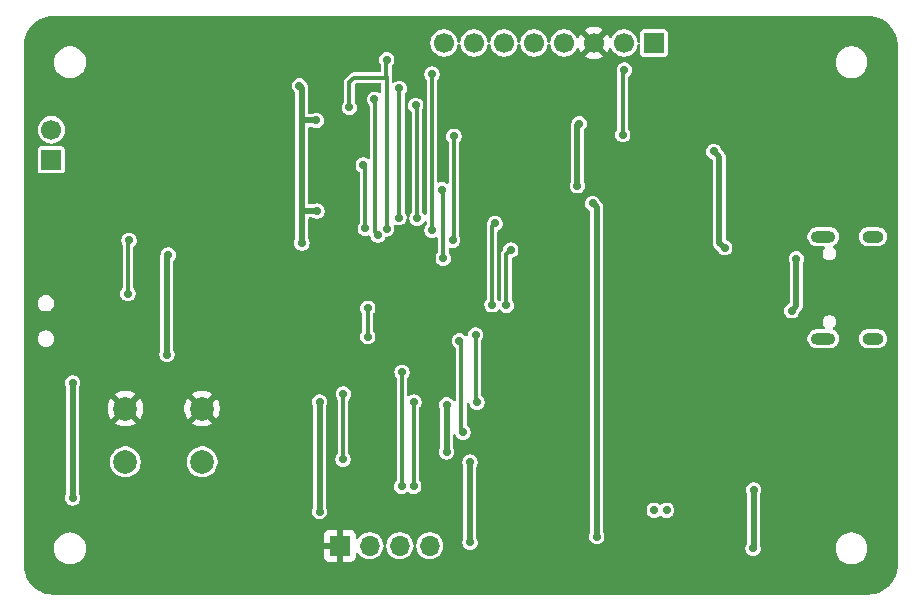
<source format=gbl>
G04 #@! TF.GenerationSoftware,KiCad,Pcbnew,9.0.4*
G04 #@! TF.CreationDate,2025-10-31T21:14:41-06:00*
G04 #@! TF.ProjectId,tutorial,7475746f-7269-4616-9c2e-6b696361645f,rev?*
G04 #@! TF.SameCoordinates,Original*
G04 #@! TF.FileFunction,Copper,L2,Bot*
G04 #@! TF.FilePolarity,Positive*
%FSLAX46Y46*%
G04 Gerber Fmt 4.6, Leading zero omitted, Abs format (unit mm)*
G04 Created by KiCad (PCBNEW 9.0.4) date 2025-10-31 21:14:41*
%MOMM*%
%LPD*%
G01*
G04 APERTURE LIST*
G04 #@! TA.AperFunction,ComponentPad*
%ADD10R,1.700000X1.700000*%
G04 #@! TD*
G04 #@! TA.AperFunction,ComponentPad*
%ADD11O,1.700000X1.700000*%
G04 #@! TD*
G04 #@! TA.AperFunction,HeatsinkPad*
%ADD12O,2.100000X1.000000*%
G04 #@! TD*
G04 #@! TA.AperFunction,HeatsinkPad*
%ADD13O,1.800000X1.000000*%
G04 #@! TD*
G04 #@! TA.AperFunction,ComponentPad*
%ADD14C,2.000000*%
G04 #@! TD*
G04 #@! TA.AperFunction,ComponentPad*
%ADD15C,1.700000*%
G04 #@! TD*
G04 #@! TA.AperFunction,ViaPad*
%ADD16C,0.700000*%
G04 #@! TD*
G04 #@! TA.AperFunction,Conductor*
%ADD17C,0.500000*%
G04 #@! TD*
G04 #@! TA.AperFunction,Conductor*
%ADD18C,0.300000*%
G04 #@! TD*
G04 APERTURE END LIST*
D10*
G04 #@! TO.P,J1,1,Pin_1*
G04 #@! TO.N,GND*
X83260000Y-121860000D03*
D11*
G04 #@! TO.P,J1,2,Pin_2*
G04 #@! TO.N,+3.3V*
X85800000Y-121860000D03*
G04 #@! TO.P,J1,3,Pin_3*
G04 #@! TO.N,/OLED_SCL*
X88340000Y-121860000D03*
G04 #@! TO.P,J1,4,Pin_4*
G04 #@! TO.N,/OLED_SDA*
X90880000Y-121860000D03*
G04 #@! TD*
D12*
G04 #@! TO.P,J5,S1,SHIELD*
G04 #@! TO.N,unconnected-(J5-SHIELD-PadS1)_1*
X124210000Y-104330000D03*
D13*
G04 #@! TO.N,unconnected-(J5-SHIELD-PadS1)_3*
X128390000Y-104330000D03*
D12*
G04 #@! TO.N,unconnected-(J5-SHIELD-PadS1)_2*
X124210000Y-95690000D03*
D13*
G04 #@! TO.N,unconnected-(J5-SHIELD-PadS1)*
X128390000Y-95690000D03*
G04 #@! TD*
D14*
G04 #@! TO.P,SW2,1,1*
G04 #@! TO.N,GND*
X65110000Y-110250000D03*
X71610000Y-110250000D03*
G04 #@! TO.P,SW2,2,2*
G04 #@! TO.N,/NRST*
X65110000Y-114750000D03*
X71610000Y-114750000D03*
G04 #@! TD*
D10*
G04 #@! TO.P,J7,1,Pin_1*
G04 #@! TO.N,+3.3V*
X109860000Y-79290000D03*
D15*
G04 #@! TO.P,J7,2,Pin_2*
G04 #@! TO.N,/RFID_RST*
X107320000Y-79290000D03*
G04 #@! TO.P,J7,3,Pin_3*
G04 #@! TO.N,GND*
X104780000Y-79290000D03*
G04 #@! TO.P,J7,4,Pin_4*
G04 #@! TO.N,unconnected-(J7-Pin_4-Pad4)*
X102240000Y-79290000D03*
G04 #@! TO.P,J7,5,Pin_5*
G04 #@! TO.N,/MISO*
X99700000Y-79290000D03*
G04 #@! TO.P,J7,6,Pin_6*
G04 #@! TO.N,/MOSI*
X97160000Y-79290000D03*
G04 #@! TO.P,J7,7,Pin_7*
G04 #@! TO.N,/RFID_SCK*
X94620000Y-79290000D03*
G04 #@! TO.P,J7,8,Pin_8*
G04 #@! TO.N,/RFID_SDA*
X92080000Y-79290000D03*
G04 #@! TD*
D10*
G04 #@! TO.P,J2,1,Pin_1*
G04 #@! TO.N,Net-(J2-Pin_1)*
X58850000Y-89175000D03*
D15*
G04 #@! TO.P,J2,2,Pin_2*
G04 #@! TO.N,Net-(J2-Pin_2)*
X58850000Y-86635000D03*
G04 #@! TD*
D16*
G04 #@! TO.N,VBUS*
X114930000Y-88470000D03*
X121920000Y-97560000D03*
X115850000Y-96620000D03*
X121520000Y-101960000D03*
G04 #@! TO.N,GND*
X78345000Y-109260000D03*
X113285000Y-110585000D03*
X64000000Y-91300000D03*
X103430000Y-106480000D03*
X73840000Y-88360000D03*
X122720000Y-105980000D03*
X95175000Y-99150000D03*
X114035000Y-113985000D03*
X77400000Y-85450000D03*
X117210000Y-114485000D03*
X112960000Y-113985000D03*
X84770000Y-102690000D03*
X60780000Y-99770000D03*
X84630000Y-115380000D03*
X69400000Y-93030000D03*
X112840000Y-96590000D03*
X85250000Y-98750000D03*
X102380000Y-109780000D03*
X65080000Y-108230000D03*
X104800000Y-81620000D03*
X70650000Y-100010000D03*
X121820000Y-95570000D03*
X78245000Y-105660000D03*
X87575000Y-107400000D03*
X79980000Y-97860000D03*
X71580000Y-108230000D03*
X128812500Y-107730000D03*
X117132500Y-98350000D03*
X117620000Y-83670000D03*
X116820000Y-102370000D03*
X124550000Y-114840000D03*
X112920000Y-94310000D03*
X70630000Y-103640000D03*
X102390000Y-112140000D03*
X103470000Y-103610000D03*
X89760000Y-104080000D03*
X113285000Y-109560000D03*
X80600000Y-121860000D03*
X112545000Y-85750000D03*
X79000000Y-103800000D03*
X67150000Y-80390000D03*
G04 #@! TO.N,+3.3V*
X60640000Y-108090000D03*
X94280000Y-114770000D03*
X81330000Y-93510000D03*
X118250000Y-122090000D03*
X68630000Y-105670000D03*
X94280000Y-121570000D03*
X92300000Y-113910000D03*
X109885000Y-118847500D03*
X103380000Y-91380000D03*
X81550000Y-109680000D03*
X92300000Y-109900000D03*
X80050000Y-96220000D03*
X81280000Y-85840000D03*
X118300000Y-117140000D03*
X110935000Y-118847500D03*
X79850000Y-82920000D03*
X103530000Y-86120000D03*
X105020000Y-121080000D03*
X104660000Y-92870000D03*
X60640000Y-117800000D03*
X68740000Y-97240000D03*
X81550000Y-118960000D03*
G04 #@! TO.N,/NRST*
X83530000Y-114530000D03*
X85625000Y-101750000D03*
X85625000Y-104150000D03*
X83560000Y-109010000D03*
G04 #@! TO.N,/LED_6*
X92020000Y-97520000D03*
X91910000Y-91710000D03*
G04 #@! TO.N,/BOOT0*
X65420000Y-96000000D03*
X65320000Y-100510000D03*
G04 #@! TO.N,/MISO*
X89690000Y-84570000D03*
X89810000Y-94120000D03*
G04 #@! TO.N,/RFID_SCK*
X91060000Y-95150000D03*
X91070000Y-81930000D03*
G04 #@! TO.N,/RFID_SDA*
X87220000Y-95030000D03*
X87240000Y-80710000D03*
X84070000Y-84750000D03*
G04 #@! TO.N,/MOSI*
X88260000Y-94080000D03*
X88290000Y-83130000D03*
G04 #@! TO.N,/LED_2*
X93700000Y-112260000D03*
X93390000Y-104510000D03*
G04 #@! TO.N,/LED_3*
X94880000Y-109720000D03*
X94760000Y-104020000D03*
G04 #@! TO.N,/LED_7*
X97740000Y-96820000D03*
X97370000Y-101500000D03*
G04 #@! TO.N,/LED_8*
X96410000Y-94570000D03*
X96160000Y-101450000D03*
G04 #@! TO.N,/CAN_TX*
X85420000Y-94990000D03*
X85250000Y-89620000D03*
G04 #@! TO.N,/CAN_RX*
X86200000Y-84050000D03*
X86489032Y-95555062D03*
G04 #@! TO.N,/RFID_RST*
X92820000Y-95990000D03*
X107360000Y-81570000D03*
X107220000Y-87050000D03*
X92920000Y-87190000D03*
G04 #@! TO.N,/OLED_SCL*
X88500000Y-116830000D03*
X88525000Y-107175000D03*
G04 #@! TO.N,/OLED_SDA*
X89520000Y-116820000D03*
X89530000Y-109680000D03*
G04 #@! TD*
D17*
G04 #@! TO.N,VBUS*
X121900000Y-97580000D02*
X121920000Y-97560000D01*
X115850000Y-96650000D02*
X115390000Y-96190000D01*
X115850000Y-96650000D02*
X115850000Y-96620000D01*
X115390000Y-88930000D02*
X114930000Y-88470000D01*
X121900000Y-101580000D02*
X121900000Y-97580000D01*
X121520000Y-101960000D02*
X121900000Y-101580000D01*
X115390000Y-96190000D02*
X115390000Y-88930000D01*
G04 #@! TO.N,+3.3V*
X118300000Y-122040000D02*
X118250000Y-122090000D01*
X92300000Y-109900000D02*
X92300000Y-113910000D01*
X104660000Y-92830000D02*
X104660000Y-92870000D01*
X103380000Y-86270000D02*
X103530000Y-86120000D01*
X105020000Y-121080000D02*
X105020000Y-93190000D01*
X103380000Y-91380000D02*
X103380000Y-86270000D01*
X68630000Y-97350000D02*
X68740000Y-97240000D01*
X81550000Y-109680000D02*
X81550000Y-118960000D01*
X68740000Y-97240000D02*
X68760000Y-97260000D01*
X80050000Y-96220000D02*
X80050000Y-93400000D01*
X79850000Y-82920000D02*
X80050000Y-83120000D01*
X80160000Y-93510000D02*
X80050000Y-93400000D01*
X118300000Y-117140000D02*
X118300000Y-122040000D01*
X94280000Y-114770000D02*
X94280000Y-121570000D01*
X68630000Y-105670000D02*
X68630000Y-97350000D01*
X80050000Y-85840000D02*
X81280000Y-85840000D01*
X105020000Y-93190000D02*
X104660000Y-92830000D01*
X81330000Y-93510000D02*
X80160000Y-93510000D01*
X60640000Y-108090000D02*
X60640000Y-117800000D01*
X80050000Y-83120000D02*
X80050000Y-85840000D01*
X80050000Y-85840000D02*
X80050000Y-93400000D01*
D18*
G04 #@! TO.N,/NRST*
X83530000Y-109040000D02*
X83530000Y-114530000D01*
X85625000Y-104150000D02*
X85625000Y-101750000D01*
X83560000Y-109010000D02*
X83530000Y-109040000D01*
G04 #@! TO.N,/LED_6*
X92020000Y-91820000D02*
X91910000Y-91710000D01*
X92020000Y-97520000D02*
X92020000Y-91820000D01*
G04 #@! TO.N,/BOOT0*
X65320000Y-96100000D02*
X65420000Y-96000000D01*
X65320000Y-100510000D02*
X65320000Y-96100000D01*
G04 #@! TO.N,/MISO*
X89810000Y-94120000D02*
X89810000Y-84690000D01*
X89810000Y-84690000D02*
X89690000Y-84570000D01*
G04 #@! TO.N,/RFID_SCK*
X91060000Y-95150000D02*
X91060000Y-81940000D01*
X91060000Y-81940000D02*
X91070000Y-81930000D01*
G04 #@! TO.N,/RFID_SDA*
X84450000Y-82230000D02*
X87200000Y-82230000D01*
X87220000Y-95030000D02*
X87220000Y-82210000D01*
X87200000Y-82230000D02*
X87200000Y-80750000D01*
X84070000Y-82610000D02*
X84450000Y-82230000D01*
X84070000Y-84750000D02*
X84070000Y-82610000D01*
X87200000Y-82230000D02*
X87220000Y-82210000D01*
X87200000Y-80750000D02*
X87240000Y-80710000D01*
G04 #@! TO.N,/MOSI*
X88290000Y-94050000D02*
X88290000Y-83130000D01*
X88260000Y-94080000D02*
X88290000Y-94050000D01*
G04 #@! TO.N,/LED_2*
X93550000Y-112090000D02*
X93550000Y-112110000D01*
X93550000Y-104670000D02*
X93550000Y-112090000D01*
X93390000Y-104510000D02*
X93550000Y-104670000D01*
X93550000Y-112110000D02*
X93700000Y-112260000D01*
G04 #@! TO.N,/LED_3*
X94760000Y-104020000D02*
X94760000Y-109600000D01*
X94760000Y-109600000D02*
X94880000Y-109720000D01*
G04 #@! TO.N,/LED_7*
X97370000Y-97190000D02*
X97740000Y-96820000D01*
X97370000Y-101500000D02*
X97370000Y-97190000D01*
G04 #@! TO.N,/LED_8*
X96160000Y-101450000D02*
X96160000Y-94820000D01*
X96160000Y-94820000D02*
X96410000Y-94570000D01*
G04 #@! TO.N,/CAN_TX*
X85420000Y-94990000D02*
X85420000Y-89790000D01*
X85420000Y-89790000D02*
X85250000Y-89620000D01*
G04 #@! TO.N,/CAN_RX*
X86489032Y-95555062D02*
X86250000Y-95316030D01*
X86250000Y-95316030D02*
X86250000Y-84100000D01*
X86250000Y-84100000D02*
X86200000Y-84050000D01*
G04 #@! TO.N,/RFID_RST*
X107220000Y-87050000D02*
X107220000Y-81710000D01*
X107220000Y-81710000D02*
X107360000Y-81570000D01*
X92920000Y-87190000D02*
X92920000Y-95890000D01*
X92920000Y-95890000D02*
X92820000Y-95990000D01*
G04 #@! TO.N,/OLED_SCL*
X88525000Y-107175000D02*
X88525000Y-116805000D01*
X88525000Y-116805000D02*
X88500000Y-116830000D01*
X88525000Y-107175000D02*
X88560000Y-107210000D01*
G04 #@! TO.N,/OLED_SDA*
X89520000Y-109690000D02*
X89520000Y-116820000D01*
X89530000Y-109680000D02*
X89520000Y-109690000D01*
G04 #@! TD*
G04 #@! TA.AperFunction,Conductor*
G04 #@! TO.N,GND*
G36*
X128003736Y-77000726D02*
G01*
X128293796Y-77018271D01*
X128308659Y-77020076D01*
X128590798Y-77071780D01*
X128605335Y-77075363D01*
X128879172Y-77160695D01*
X128893163Y-77166000D01*
X129154743Y-77283727D01*
X129167989Y-77290680D01*
X129413465Y-77439075D01*
X129425776Y-77447573D01*
X129651573Y-77624473D01*
X129662781Y-77634403D01*
X129865596Y-77837218D01*
X129875526Y-77848426D01*
X129995481Y-78001538D01*
X130052422Y-78074217D01*
X130060926Y-78086537D01*
X130122138Y-78187794D01*
X130209316Y-78332004D01*
X130216275Y-78345263D01*
X130333997Y-78606831D01*
X130339306Y-78620832D01*
X130424635Y-78894663D01*
X130428219Y-78909201D01*
X130479923Y-79191340D01*
X130481728Y-79206205D01*
X130499274Y-79496263D01*
X130499500Y-79503750D01*
X130499500Y-123496249D01*
X130499274Y-123503736D01*
X130481728Y-123793794D01*
X130479923Y-123808659D01*
X130428219Y-124090798D01*
X130424635Y-124105336D01*
X130339306Y-124379167D01*
X130333997Y-124393168D01*
X130216275Y-124654736D01*
X130209316Y-124667995D01*
X130060928Y-124913459D01*
X130052422Y-124925782D01*
X129875526Y-125151573D01*
X129865596Y-125162781D01*
X129662781Y-125365596D01*
X129651573Y-125375526D01*
X129425782Y-125552422D01*
X129413459Y-125560928D01*
X129167995Y-125709316D01*
X129154736Y-125716275D01*
X128893168Y-125833997D01*
X128879167Y-125839306D01*
X128605336Y-125924635D01*
X128590798Y-125928219D01*
X128308659Y-125979923D01*
X128293794Y-125981728D01*
X128003736Y-125999274D01*
X127996249Y-125999500D01*
X59003751Y-125999500D01*
X58996264Y-125999274D01*
X58706205Y-125981728D01*
X58691340Y-125979923D01*
X58409201Y-125928219D01*
X58394663Y-125924635D01*
X58120832Y-125839306D01*
X58106831Y-125833997D01*
X57845263Y-125716275D01*
X57832004Y-125709316D01*
X57586540Y-125560928D01*
X57574217Y-125552422D01*
X57348426Y-125375526D01*
X57337218Y-125365596D01*
X57134403Y-125162781D01*
X57124473Y-125151573D01*
X56947573Y-124925776D01*
X56939075Y-124913465D01*
X56790680Y-124667989D01*
X56783727Y-124654743D01*
X56666000Y-124393163D01*
X56660693Y-124379167D01*
X56575364Y-124105336D01*
X56571780Y-124090798D01*
X56520076Y-123808659D01*
X56518271Y-123793794D01*
X56500726Y-123503736D01*
X56500500Y-123496249D01*
X56500500Y-121979499D01*
X59063714Y-121979499D01*
X59063714Y-122192073D01*
X59073748Y-122255430D01*
X59096349Y-122398124D01*
X59096968Y-122402029D01*
X59148649Y-122561087D01*
X59162658Y-122604200D01*
X59259165Y-122793606D01*
X59384104Y-122965572D01*
X59534427Y-123115895D01*
X59706393Y-123240834D01*
X59706395Y-123240835D01*
X59706398Y-123240837D01*
X59895802Y-123337343D01*
X60097971Y-123403032D01*
X60307927Y-123436286D01*
X60307928Y-123436286D01*
X60520500Y-123436286D01*
X60520501Y-123436286D01*
X60730457Y-123403032D01*
X60932626Y-123337343D01*
X61122030Y-123240837D01*
X61164475Y-123209999D01*
X61294000Y-123115895D01*
X61294002Y-123115892D01*
X61294006Y-123115890D01*
X61444318Y-122965578D01*
X61444320Y-122965574D01*
X61444323Y-122965572D01*
X61569262Y-122793606D01*
X61569261Y-122793606D01*
X61569265Y-122793602D01*
X61665771Y-122604198D01*
X61731460Y-122402029D01*
X61764714Y-122192073D01*
X61764714Y-121979499D01*
X61731460Y-121769543D01*
X61665771Y-121567374D01*
X61569265Y-121377970D01*
X61569263Y-121377967D01*
X61569262Y-121377965D01*
X61444323Y-121205999D01*
X61294001Y-121055677D01*
X61165278Y-120962155D01*
X81910000Y-120962155D01*
X81910000Y-121610000D01*
X82826988Y-121610000D01*
X82794075Y-121667007D01*
X82760000Y-121794174D01*
X82760000Y-121925826D01*
X82794075Y-122052993D01*
X82826988Y-122110000D01*
X81910000Y-122110000D01*
X81910000Y-122757844D01*
X81916401Y-122817372D01*
X81916403Y-122817379D01*
X81966645Y-122952086D01*
X81966649Y-122952093D01*
X82052809Y-123067187D01*
X82052812Y-123067190D01*
X82167906Y-123153350D01*
X82167913Y-123153354D01*
X82302620Y-123203596D01*
X82302627Y-123203598D01*
X82362155Y-123209999D01*
X82362172Y-123210000D01*
X83010000Y-123210000D01*
X83010000Y-122293012D01*
X83067007Y-122325925D01*
X83194174Y-122360000D01*
X83325826Y-122360000D01*
X83452993Y-122325925D01*
X83510000Y-122293012D01*
X83510000Y-123210000D01*
X84157828Y-123210000D01*
X84157844Y-123209999D01*
X84217372Y-123203598D01*
X84217379Y-123203596D01*
X84352086Y-123153354D01*
X84352093Y-123153350D01*
X84467187Y-123067190D01*
X84467190Y-123067187D01*
X84553350Y-122952093D01*
X84553354Y-122952086D01*
X84603596Y-122817379D01*
X84603598Y-122817372D01*
X84609999Y-122757844D01*
X84610000Y-122757827D01*
X84610000Y-122561087D01*
X84629685Y-122494048D01*
X84682489Y-122448293D01*
X84751647Y-122438349D01*
X84815203Y-122467374D01*
X84834318Y-122488202D01*
X84922441Y-122609495D01*
X85050500Y-122737554D01*
X85050505Y-122737558D01*
X85160361Y-122817372D01*
X85197006Y-122843996D01*
X85302484Y-122897740D01*
X85358360Y-122926211D01*
X85358363Y-122926212D01*
X85437997Y-122952086D01*
X85530591Y-122982171D01*
X85613429Y-122995291D01*
X85709449Y-123010500D01*
X85709454Y-123010500D01*
X85890551Y-123010500D01*
X85977259Y-122996765D01*
X86069409Y-122982171D01*
X86241639Y-122926211D01*
X86402994Y-122843996D01*
X86549501Y-122737553D01*
X86677553Y-122609501D01*
X86783996Y-122462994D01*
X86866211Y-122301639D01*
X86922171Y-122129409D01*
X86938560Y-122025931D01*
X86947527Y-121969321D01*
X86977456Y-121906186D01*
X87036768Y-121869255D01*
X87106630Y-121870253D01*
X87164863Y-121908863D01*
X87192473Y-121969321D01*
X87217829Y-122129410D01*
X87273787Y-122301636D01*
X87273788Y-122301639D01*
X87329664Y-122411300D01*
X87348513Y-122448293D01*
X87356006Y-122462997D01*
X87462441Y-122609494D01*
X87462445Y-122609499D01*
X87590500Y-122737554D01*
X87590505Y-122737558D01*
X87700361Y-122817372D01*
X87737006Y-122843996D01*
X87842484Y-122897740D01*
X87898360Y-122926211D01*
X87898363Y-122926212D01*
X87977997Y-122952086D01*
X88070591Y-122982171D01*
X88153429Y-122995291D01*
X88249449Y-123010500D01*
X88249454Y-123010500D01*
X88430551Y-123010500D01*
X88517259Y-122996765D01*
X88609409Y-122982171D01*
X88781639Y-122926211D01*
X88942994Y-122843996D01*
X89089501Y-122737553D01*
X89217553Y-122609501D01*
X89323996Y-122462994D01*
X89406211Y-122301639D01*
X89462171Y-122129409D01*
X89478560Y-122025931D01*
X89487527Y-121969321D01*
X89517456Y-121906186D01*
X89576768Y-121869255D01*
X89646630Y-121870253D01*
X89704863Y-121908863D01*
X89732473Y-121969321D01*
X89757829Y-122129410D01*
X89813787Y-122301636D01*
X89813788Y-122301639D01*
X89869664Y-122411300D01*
X89888513Y-122448293D01*
X89896006Y-122462997D01*
X90002441Y-122609494D01*
X90002445Y-122609499D01*
X90130500Y-122737554D01*
X90130505Y-122737558D01*
X90240361Y-122817372D01*
X90277006Y-122843996D01*
X90382484Y-122897740D01*
X90438360Y-122926211D01*
X90438363Y-122926212D01*
X90517997Y-122952086D01*
X90610591Y-122982171D01*
X90693429Y-122995291D01*
X90789449Y-123010500D01*
X90789454Y-123010500D01*
X90970551Y-123010500D01*
X91057259Y-122996765D01*
X91149409Y-122982171D01*
X91321639Y-122926211D01*
X91482994Y-122843996D01*
X91629501Y-122737553D01*
X91757553Y-122609501D01*
X91863996Y-122462994D01*
X91946211Y-122301639D01*
X92002171Y-122129409D01*
X92025095Y-121984672D01*
X92030500Y-121950551D01*
X92030500Y-121769448D01*
X92014019Y-121665397D01*
X92002171Y-121590591D01*
X91946211Y-121418361D01*
X91946211Y-121418360D01*
X91875937Y-121280442D01*
X91863996Y-121257006D01*
X91839299Y-121223013D01*
X91757558Y-121110505D01*
X91757554Y-121110500D01*
X91629499Y-120982445D01*
X91629494Y-120982441D01*
X91482997Y-120876006D01*
X91482996Y-120876005D01*
X91482994Y-120876004D01*
X91431300Y-120849664D01*
X91321639Y-120793788D01*
X91321636Y-120793787D01*
X91149410Y-120737829D01*
X90970551Y-120709500D01*
X90970546Y-120709500D01*
X90789454Y-120709500D01*
X90789449Y-120709500D01*
X90610589Y-120737829D01*
X90438363Y-120793787D01*
X90438360Y-120793788D01*
X90277002Y-120876006D01*
X90130505Y-120982441D01*
X90130500Y-120982445D01*
X90002445Y-121110500D01*
X90002441Y-121110505D01*
X89896006Y-121257002D01*
X89813788Y-121418360D01*
X89813787Y-121418363D01*
X89757829Y-121590589D01*
X89732473Y-121750678D01*
X89702544Y-121813813D01*
X89643232Y-121850744D01*
X89573369Y-121849746D01*
X89515137Y-121811136D01*
X89487527Y-121750678D01*
X89473740Y-121663639D01*
X89462171Y-121590591D01*
X89406211Y-121418361D01*
X89406211Y-121418360D01*
X89335937Y-121280442D01*
X89323996Y-121257006D01*
X89299299Y-121223013D01*
X89217558Y-121110505D01*
X89217554Y-121110500D01*
X89089499Y-120982445D01*
X89089494Y-120982441D01*
X88942997Y-120876006D01*
X88942996Y-120876005D01*
X88942994Y-120876004D01*
X88891300Y-120849664D01*
X88781639Y-120793788D01*
X88781636Y-120793787D01*
X88609410Y-120737829D01*
X88430551Y-120709500D01*
X88430546Y-120709500D01*
X88249454Y-120709500D01*
X88249449Y-120709500D01*
X88070589Y-120737829D01*
X87898363Y-120793787D01*
X87898360Y-120793788D01*
X87737002Y-120876006D01*
X87590505Y-120982441D01*
X87590500Y-120982445D01*
X87462445Y-121110500D01*
X87462441Y-121110505D01*
X87356006Y-121257002D01*
X87273788Y-121418360D01*
X87273787Y-121418363D01*
X87217829Y-121590589D01*
X87192473Y-121750678D01*
X87162544Y-121813813D01*
X87103232Y-121850744D01*
X87033369Y-121849746D01*
X86975137Y-121811136D01*
X86947527Y-121750678D01*
X86933740Y-121663639D01*
X86922171Y-121590591D01*
X86866211Y-121418361D01*
X86866211Y-121418360D01*
X86795937Y-121280442D01*
X86783996Y-121257006D01*
X86759299Y-121223013D01*
X86677558Y-121110505D01*
X86677554Y-121110500D01*
X86549499Y-120982445D01*
X86549494Y-120982441D01*
X86402997Y-120876006D01*
X86402996Y-120876005D01*
X86402994Y-120876004D01*
X86351300Y-120849664D01*
X86241639Y-120793788D01*
X86241636Y-120793787D01*
X86069410Y-120737829D01*
X85890551Y-120709500D01*
X85890546Y-120709500D01*
X85709454Y-120709500D01*
X85709449Y-120709500D01*
X85530589Y-120737829D01*
X85358363Y-120793787D01*
X85358360Y-120793788D01*
X85197002Y-120876006D01*
X85050505Y-120982441D01*
X85050500Y-120982445D01*
X84922445Y-121110500D01*
X84922441Y-121110505D01*
X84834318Y-121231797D01*
X84778988Y-121274463D01*
X84709375Y-121280442D01*
X84647580Y-121247836D01*
X84613223Y-121186998D01*
X84610000Y-121158912D01*
X84610000Y-120962172D01*
X84609999Y-120962155D01*
X84603598Y-120902627D01*
X84603596Y-120902620D01*
X84553354Y-120767913D01*
X84553350Y-120767906D01*
X84467190Y-120652812D01*
X84467187Y-120652809D01*
X84352093Y-120566649D01*
X84352086Y-120566645D01*
X84217379Y-120516403D01*
X84217372Y-120516401D01*
X84157844Y-120510000D01*
X83510000Y-120510000D01*
X83510000Y-121426988D01*
X83452993Y-121394075D01*
X83325826Y-121360000D01*
X83194174Y-121360000D01*
X83067007Y-121394075D01*
X83010000Y-121426988D01*
X83010000Y-120510000D01*
X82362155Y-120510000D01*
X82302627Y-120516401D01*
X82302620Y-120516403D01*
X82167913Y-120566645D01*
X82167906Y-120566649D01*
X82052812Y-120652809D01*
X82052809Y-120652812D01*
X81966649Y-120767906D01*
X81966645Y-120767913D01*
X81916403Y-120902620D01*
X81916401Y-120902627D01*
X81910000Y-120962155D01*
X61165278Y-120962155D01*
X61122034Y-120930737D01*
X60932628Y-120834230D01*
X60932627Y-120834229D01*
X60932626Y-120834229D01*
X60730457Y-120768540D01*
X60730455Y-120768539D01*
X60730454Y-120768539D01*
X60569171Y-120742994D01*
X60520501Y-120735286D01*
X60307927Y-120735286D01*
X60259256Y-120742994D01*
X60097974Y-120768539D01*
X59895799Y-120834230D01*
X59706393Y-120930737D01*
X59534427Y-121055676D01*
X59384104Y-121205999D01*
X59259165Y-121377965D01*
X59162658Y-121567371D01*
X59096967Y-121769546D01*
X59084702Y-121846986D01*
X59063714Y-121979499D01*
X56500500Y-121979499D01*
X56500500Y-108154071D01*
X59989499Y-108154071D01*
X60014497Y-108279738D01*
X60014499Y-108279744D01*
X60063533Y-108398124D01*
X60063534Y-108398126D01*
X60063535Y-108398127D01*
X60068600Y-108405708D01*
X60089480Y-108472383D01*
X60089500Y-108474600D01*
X60089500Y-117415398D01*
X60069815Y-117482437D01*
X60068604Y-117484286D01*
X60063534Y-117491872D01*
X60014499Y-117610255D01*
X60014497Y-117610261D01*
X59989500Y-117735928D01*
X59989500Y-117735931D01*
X59989500Y-117864069D01*
X59989500Y-117864071D01*
X59989499Y-117864071D01*
X60014497Y-117989738D01*
X60014499Y-117989744D01*
X60063533Y-118108124D01*
X60063538Y-118108133D01*
X60134723Y-118214668D01*
X60134726Y-118214672D01*
X60225327Y-118305273D01*
X60225331Y-118305276D01*
X60331866Y-118376461D01*
X60331872Y-118376464D01*
X60331873Y-118376465D01*
X60450256Y-118425501D01*
X60450260Y-118425501D01*
X60450261Y-118425502D01*
X60575928Y-118450500D01*
X60575931Y-118450500D01*
X60704071Y-118450500D01*
X60792915Y-118432827D01*
X60829744Y-118425501D01*
X60948127Y-118376465D01*
X61054669Y-118305276D01*
X61145276Y-118214669D01*
X61216465Y-118108127D01*
X61265501Y-117989744D01*
X61290500Y-117864069D01*
X61290500Y-117735931D01*
X61290500Y-117735928D01*
X61265502Y-117610261D01*
X61265501Y-117610260D01*
X61265501Y-117610256D01*
X61216465Y-117491873D01*
X61216465Y-117491872D01*
X61211396Y-117484286D01*
X61190520Y-117417608D01*
X61190500Y-117415398D01*
X61190500Y-114647648D01*
X63809500Y-114647648D01*
X63809500Y-114852351D01*
X63841522Y-115054534D01*
X63904781Y-115249223D01*
X63997715Y-115431613D01*
X64118028Y-115597213D01*
X64262786Y-115741971D01*
X64417749Y-115854556D01*
X64428390Y-115862287D01*
X64544607Y-115921503D01*
X64610776Y-115955218D01*
X64610778Y-115955218D01*
X64610781Y-115955220D01*
X64715137Y-115989127D01*
X64805465Y-116018477D01*
X64906557Y-116034488D01*
X65007648Y-116050500D01*
X65007649Y-116050500D01*
X65212351Y-116050500D01*
X65212352Y-116050500D01*
X65414534Y-116018477D01*
X65609219Y-115955220D01*
X65791610Y-115862287D01*
X65884590Y-115794732D01*
X65957213Y-115741971D01*
X65957215Y-115741968D01*
X65957219Y-115741966D01*
X66101966Y-115597219D01*
X66101968Y-115597215D01*
X66101971Y-115597213D01*
X66154732Y-115524590D01*
X66222287Y-115431610D01*
X66315220Y-115249219D01*
X66378477Y-115054534D01*
X66410500Y-114852352D01*
X66410500Y-114647648D01*
X70309500Y-114647648D01*
X70309500Y-114852351D01*
X70341522Y-115054534D01*
X70404781Y-115249223D01*
X70497715Y-115431613D01*
X70618028Y-115597213D01*
X70762786Y-115741971D01*
X70917749Y-115854556D01*
X70928390Y-115862287D01*
X71044607Y-115921503D01*
X71110776Y-115955218D01*
X71110778Y-115955218D01*
X71110781Y-115955220D01*
X71215137Y-115989127D01*
X71305465Y-116018477D01*
X71406557Y-116034488D01*
X71507648Y-116050500D01*
X71507649Y-116050500D01*
X71712351Y-116050500D01*
X71712352Y-116050500D01*
X71914534Y-116018477D01*
X72109219Y-115955220D01*
X72291610Y-115862287D01*
X72384590Y-115794732D01*
X72457213Y-115741971D01*
X72457215Y-115741968D01*
X72457219Y-115741966D01*
X72601966Y-115597219D01*
X72601968Y-115597215D01*
X72601971Y-115597213D01*
X72654732Y-115524590D01*
X72722287Y-115431610D01*
X72815220Y-115249219D01*
X72878477Y-115054534D01*
X72910500Y-114852352D01*
X72910500Y-114647648D01*
X72884970Y-114486461D01*
X72878477Y-114445465D01*
X72815218Y-114250776D01*
X72781503Y-114184607D01*
X72722287Y-114068390D01*
X72698428Y-114035550D01*
X72601971Y-113902786D01*
X72457213Y-113758028D01*
X72291613Y-113637715D01*
X72291612Y-113637714D01*
X72291610Y-113637713D01*
X72206380Y-113594286D01*
X72109223Y-113544781D01*
X71914534Y-113481522D01*
X71739995Y-113453878D01*
X71712352Y-113449500D01*
X71507648Y-113449500D01*
X71483329Y-113453351D01*
X71305465Y-113481522D01*
X71110776Y-113544781D01*
X70928386Y-113637715D01*
X70762786Y-113758028D01*
X70618028Y-113902786D01*
X70497715Y-114068386D01*
X70404781Y-114250776D01*
X70341522Y-114445465D01*
X70309500Y-114647648D01*
X66410500Y-114647648D01*
X66384970Y-114486461D01*
X66378477Y-114445465D01*
X66315218Y-114250776D01*
X66281503Y-114184607D01*
X66222287Y-114068390D01*
X66198428Y-114035550D01*
X66101971Y-113902786D01*
X65957213Y-113758028D01*
X65791613Y-113637715D01*
X65791612Y-113637714D01*
X65791610Y-113637713D01*
X65706380Y-113594286D01*
X65609223Y-113544781D01*
X65414534Y-113481522D01*
X65239995Y-113453878D01*
X65212352Y-113449500D01*
X65007648Y-113449500D01*
X64983329Y-113453351D01*
X64805465Y-113481522D01*
X64610776Y-113544781D01*
X64428386Y-113637715D01*
X64262786Y-113758028D01*
X64118028Y-113902786D01*
X63997715Y-114068386D01*
X63904781Y-114250776D01*
X63841522Y-114445465D01*
X63809500Y-114647648D01*
X61190500Y-114647648D01*
X61190500Y-110131947D01*
X63610000Y-110131947D01*
X63610000Y-110368052D01*
X63646934Y-110601247D01*
X63719897Y-110825802D01*
X63827087Y-111036174D01*
X63887338Y-111119104D01*
X63887340Y-111119105D01*
X64586212Y-110420233D01*
X64597482Y-110462292D01*
X64669890Y-110587708D01*
X64772292Y-110690110D01*
X64897708Y-110762518D01*
X64939765Y-110773787D01*
X64240893Y-111472658D01*
X64323828Y-111532914D01*
X64534197Y-111640102D01*
X64758752Y-111713065D01*
X64758751Y-111713065D01*
X64991948Y-111750000D01*
X65228052Y-111750000D01*
X65461247Y-111713065D01*
X65685802Y-111640102D01*
X65896163Y-111532918D01*
X65896169Y-111532914D01*
X65979104Y-111472658D01*
X65979105Y-111472658D01*
X65280233Y-110773787D01*
X65322292Y-110762518D01*
X65447708Y-110690110D01*
X65550110Y-110587708D01*
X65622518Y-110462292D01*
X65633787Y-110420233D01*
X66332658Y-111119105D01*
X66332658Y-111119104D01*
X66392914Y-111036169D01*
X66392918Y-111036163D01*
X66500102Y-110825802D01*
X66573065Y-110601247D01*
X66610000Y-110368052D01*
X66610000Y-110131947D01*
X70110000Y-110131947D01*
X70110000Y-110368052D01*
X70146934Y-110601247D01*
X70219897Y-110825802D01*
X70327087Y-111036174D01*
X70387338Y-111119104D01*
X70387340Y-111119105D01*
X71086212Y-110420233D01*
X71097482Y-110462292D01*
X71169890Y-110587708D01*
X71272292Y-110690110D01*
X71397708Y-110762518D01*
X71439765Y-110773787D01*
X70740893Y-111472658D01*
X70823828Y-111532914D01*
X71034197Y-111640102D01*
X71258752Y-111713065D01*
X71258751Y-111713065D01*
X71491948Y-111750000D01*
X71728052Y-111750000D01*
X71961247Y-111713065D01*
X72185802Y-111640102D01*
X72396163Y-111532918D01*
X72396169Y-111532914D01*
X72479104Y-111472658D01*
X72479105Y-111472658D01*
X71780233Y-110773787D01*
X71822292Y-110762518D01*
X71947708Y-110690110D01*
X72050110Y-110587708D01*
X72122518Y-110462292D01*
X72133787Y-110420234D01*
X72832658Y-111119105D01*
X72832658Y-111119104D01*
X72892914Y-111036169D01*
X72892918Y-111036163D01*
X73000102Y-110825802D01*
X73073065Y-110601247D01*
X73110000Y-110368052D01*
X73110000Y-110131947D01*
X73073065Y-109898752D01*
X73022806Y-109744071D01*
X80899499Y-109744071D01*
X80924497Y-109869738D01*
X80924499Y-109869744D01*
X80973533Y-109988124D01*
X80973534Y-109988126D01*
X80973535Y-109988127D01*
X80978600Y-109995708D01*
X80999480Y-110062383D01*
X80999500Y-110064600D01*
X80999500Y-118575398D01*
X80979815Y-118642437D01*
X80978604Y-118644286D01*
X80973534Y-118651872D01*
X80924499Y-118770255D01*
X80924497Y-118770261D01*
X80899500Y-118895928D01*
X80899500Y-118895931D01*
X80899500Y-119024069D01*
X80899500Y-119024071D01*
X80899499Y-119024071D01*
X80924497Y-119149738D01*
X80924499Y-119149744D01*
X80973533Y-119268124D01*
X80973538Y-119268133D01*
X81044723Y-119374668D01*
X81044726Y-119374672D01*
X81135327Y-119465273D01*
X81135331Y-119465276D01*
X81241866Y-119536461D01*
X81241872Y-119536464D01*
X81241873Y-119536465D01*
X81360256Y-119585501D01*
X81360260Y-119585501D01*
X81360261Y-119585502D01*
X81485928Y-119610500D01*
X81485931Y-119610500D01*
X81614071Y-119610500D01*
X81698615Y-119593682D01*
X81739744Y-119585501D01*
X81858127Y-119536465D01*
X81964669Y-119465276D01*
X82055276Y-119374669D01*
X82126465Y-119268127D01*
X82175501Y-119149744D01*
X82183682Y-119108615D01*
X82200500Y-119024071D01*
X82200500Y-118895928D01*
X82175502Y-118770261D01*
X82175501Y-118770260D01*
X82175501Y-118770256D01*
X82128902Y-118657756D01*
X82126465Y-118651872D01*
X82121396Y-118644286D01*
X82100520Y-118577608D01*
X82100500Y-118575398D01*
X82100500Y-116894071D01*
X87849499Y-116894071D01*
X87874497Y-117019738D01*
X87874499Y-117019744D01*
X87923533Y-117138124D01*
X87923538Y-117138133D01*
X87994723Y-117244668D01*
X87994726Y-117244672D01*
X88085327Y-117335273D01*
X88085331Y-117335276D01*
X88191866Y-117406461D01*
X88191872Y-117406464D01*
X88191873Y-117406465D01*
X88310256Y-117455501D01*
X88310260Y-117455501D01*
X88310261Y-117455502D01*
X88435928Y-117480500D01*
X88435931Y-117480500D01*
X88564071Y-117480500D01*
X88648615Y-117463682D01*
X88689744Y-117455501D01*
X88808127Y-117406465D01*
X88914669Y-117335276D01*
X88927318Y-117322626D01*
X88988638Y-117289142D01*
X89058330Y-117294124D01*
X89102685Y-117322630D01*
X89105328Y-117325273D01*
X89105333Y-117325278D01*
X89211866Y-117396461D01*
X89211872Y-117396464D01*
X89211873Y-117396465D01*
X89330256Y-117445501D01*
X89330260Y-117445501D01*
X89330261Y-117445502D01*
X89455928Y-117470500D01*
X89455931Y-117470500D01*
X89584071Y-117470500D01*
X89671980Y-117453013D01*
X89709744Y-117445501D01*
X89828127Y-117396465D01*
X89934669Y-117325276D01*
X90025276Y-117234669D01*
X90096465Y-117128127D01*
X90145501Y-117009744D01*
X90157334Y-116950256D01*
X90170500Y-116884071D01*
X90170500Y-116755928D01*
X90145502Y-116630261D01*
X90145501Y-116630260D01*
X90145501Y-116630256D01*
X90096465Y-116511873D01*
X90096464Y-116511872D01*
X90096461Y-116511866D01*
X90025276Y-116405331D01*
X90025273Y-116405327D01*
X90006819Y-116386873D01*
X89973334Y-116325550D01*
X89970500Y-116299192D01*
X89970500Y-114834071D01*
X93629499Y-114834071D01*
X93654497Y-114959738D01*
X93654499Y-114959744D01*
X93703533Y-115078124D01*
X93703534Y-115078126D01*
X93703535Y-115078127D01*
X93708600Y-115085708D01*
X93729480Y-115152383D01*
X93729500Y-115154600D01*
X93729500Y-121185398D01*
X93709815Y-121252437D01*
X93708604Y-121254286D01*
X93703534Y-121261872D01*
X93654499Y-121380255D01*
X93654497Y-121380261D01*
X93629500Y-121505928D01*
X93629500Y-121505931D01*
X93629500Y-121634069D01*
X93629500Y-121634071D01*
X93629499Y-121634071D01*
X93654497Y-121759738D01*
X93654499Y-121759744D01*
X93703533Y-121878124D01*
X93703538Y-121878133D01*
X93774723Y-121984668D01*
X93774726Y-121984672D01*
X93865327Y-122075273D01*
X93865331Y-122075276D01*
X93971866Y-122146461D01*
X93971875Y-122146466D01*
X93990235Y-122154071D01*
X94090256Y-122195501D01*
X94090260Y-122195501D01*
X94090261Y-122195502D01*
X94215928Y-122220500D01*
X94215931Y-122220500D01*
X94344071Y-122220500D01*
X94428615Y-122203682D01*
X94469744Y-122195501D01*
X94569765Y-122154071D01*
X117599499Y-122154071D01*
X117624497Y-122279738D01*
X117624499Y-122279744D01*
X117673533Y-122398124D01*
X117673538Y-122398133D01*
X117744723Y-122504668D01*
X117744726Y-122504672D01*
X117835327Y-122595273D01*
X117835331Y-122595276D01*
X117941866Y-122666461D01*
X117941872Y-122666464D01*
X117941873Y-122666465D01*
X118060256Y-122715501D01*
X118060260Y-122715501D01*
X118060261Y-122715502D01*
X118185928Y-122740500D01*
X118185931Y-122740500D01*
X118314071Y-122740500D01*
X118398615Y-122723682D01*
X118439744Y-122715501D01*
X118558127Y-122666465D01*
X118664669Y-122595276D01*
X118755276Y-122504669D01*
X118826465Y-122398127D01*
X118875501Y-122279744D01*
X118892258Y-122195502D01*
X118900500Y-122154071D01*
X118900500Y-122025930D01*
X118899587Y-122021341D01*
X118891264Y-121979499D01*
X125235286Y-121979499D01*
X125235286Y-122192073D01*
X125245320Y-122255430D01*
X125267921Y-122398124D01*
X125268540Y-122402029D01*
X125320221Y-122561087D01*
X125334230Y-122604200D01*
X125430737Y-122793606D01*
X125555676Y-122965572D01*
X125705999Y-123115895D01*
X125877965Y-123240834D01*
X125877967Y-123240835D01*
X125877970Y-123240837D01*
X126067374Y-123337343D01*
X126269543Y-123403032D01*
X126479499Y-123436286D01*
X126479500Y-123436286D01*
X126692072Y-123436286D01*
X126692073Y-123436286D01*
X126902029Y-123403032D01*
X127104198Y-123337343D01*
X127293602Y-123240837D01*
X127336047Y-123209999D01*
X127465572Y-123115895D01*
X127465574Y-123115892D01*
X127465578Y-123115890D01*
X127615890Y-122965578D01*
X127615892Y-122965574D01*
X127615895Y-122965572D01*
X127740834Y-122793606D01*
X127740833Y-122793606D01*
X127740837Y-122793602D01*
X127837343Y-122604198D01*
X127903032Y-122402029D01*
X127936286Y-122192073D01*
X127936286Y-121979499D01*
X127903032Y-121769543D01*
X127837343Y-121567374D01*
X127740837Y-121377970D01*
X127740835Y-121377967D01*
X127740834Y-121377965D01*
X127615895Y-121205999D01*
X127465572Y-121055676D01*
X127293606Y-120930737D01*
X127104200Y-120834230D01*
X127104199Y-120834229D01*
X127104198Y-120834229D01*
X126902029Y-120768540D01*
X126902027Y-120768539D01*
X126902026Y-120768539D01*
X126740743Y-120742994D01*
X126692073Y-120735286D01*
X126479499Y-120735286D01*
X126430828Y-120742994D01*
X126269546Y-120768539D01*
X126067371Y-120834230D01*
X125877965Y-120930737D01*
X125705999Y-121055676D01*
X125555676Y-121205999D01*
X125430737Y-121377965D01*
X125334230Y-121567371D01*
X125268539Y-121769546D01*
X125256274Y-121846986D01*
X125235286Y-121979499D01*
X118891264Y-121979499D01*
X118875501Y-121900256D01*
X118856759Y-121855009D01*
X118854634Y-121846986D01*
X118854891Y-121837312D01*
X118850500Y-121815233D01*
X118850500Y-117524600D01*
X118870185Y-117457561D01*
X118871359Y-117455768D01*
X118876465Y-117448127D01*
X118925501Y-117329744D01*
X118933682Y-117288615D01*
X118950500Y-117204071D01*
X118950500Y-117075928D01*
X118925502Y-116950261D01*
X118925501Y-116950260D01*
X118925501Y-116950256D01*
X118876465Y-116831873D01*
X118876464Y-116831872D01*
X118876461Y-116831866D01*
X118805276Y-116725331D01*
X118805273Y-116725327D01*
X118714672Y-116634726D01*
X118714668Y-116634723D01*
X118608133Y-116563538D01*
X118608124Y-116563533D01*
X118489744Y-116514499D01*
X118489738Y-116514497D01*
X118364071Y-116489500D01*
X118364069Y-116489500D01*
X118235931Y-116489500D01*
X118235929Y-116489500D01*
X118110261Y-116514497D01*
X118110255Y-116514499D01*
X117991875Y-116563533D01*
X117991866Y-116563538D01*
X117885331Y-116634723D01*
X117885327Y-116634726D01*
X117794726Y-116725327D01*
X117794723Y-116725331D01*
X117723538Y-116831866D01*
X117723533Y-116831875D01*
X117674499Y-116950255D01*
X117674497Y-116950261D01*
X117649500Y-117075928D01*
X117649500Y-117075931D01*
X117649500Y-117204069D01*
X117649500Y-117204071D01*
X117649499Y-117204071D01*
X117674497Y-117329738D01*
X117674499Y-117329744D01*
X117723533Y-117448124D01*
X117723534Y-117448126D01*
X117723535Y-117448127D01*
X117728600Y-117455708D01*
X117749480Y-117522383D01*
X117749500Y-117524600D01*
X117749500Y-121630567D01*
X117729815Y-121697606D01*
X117728602Y-121699457D01*
X117673541Y-121781861D01*
X117673533Y-121781875D01*
X117624499Y-121900255D01*
X117624497Y-121900261D01*
X117599500Y-122025928D01*
X117599500Y-122025930D01*
X117599500Y-122025931D01*
X117599500Y-122154069D01*
X117599500Y-122154071D01*
X117599499Y-122154071D01*
X94569765Y-122154071D01*
X94588127Y-122146465D01*
X94694669Y-122075276D01*
X94785276Y-121984669D01*
X94808077Y-121950546D01*
X94856461Y-121878133D01*
X94856461Y-121878132D01*
X94856465Y-121878127D01*
X94905501Y-121759744D01*
X94922292Y-121675331D01*
X94930500Y-121634071D01*
X94930500Y-121505928D01*
X94905502Y-121380261D01*
X94905501Y-121380260D01*
X94905501Y-121380256D01*
X94861680Y-121274463D01*
X94856465Y-121261872D01*
X94851396Y-121254286D01*
X94830520Y-121187608D01*
X94830500Y-121185398D01*
X94830500Y-115154600D01*
X94850185Y-115087561D01*
X94851359Y-115085768D01*
X94856465Y-115078127D01*
X94905501Y-114959744D01*
X94926863Y-114852352D01*
X94930500Y-114834071D01*
X94930500Y-114705928D01*
X94905502Y-114580261D01*
X94905501Y-114580260D01*
X94905501Y-114580256D01*
X94856465Y-114461873D01*
X94856464Y-114461872D01*
X94856461Y-114461866D01*
X94785276Y-114355331D01*
X94785273Y-114355327D01*
X94694672Y-114264726D01*
X94694668Y-114264723D01*
X94588133Y-114193538D01*
X94588124Y-114193533D01*
X94469744Y-114144499D01*
X94469738Y-114144497D01*
X94344071Y-114119500D01*
X94344069Y-114119500D01*
X94215931Y-114119500D01*
X94215929Y-114119500D01*
X94090261Y-114144497D01*
X94090255Y-114144499D01*
X93971875Y-114193533D01*
X93971866Y-114193538D01*
X93865331Y-114264723D01*
X93865327Y-114264726D01*
X93774726Y-114355327D01*
X93774723Y-114355331D01*
X93703538Y-114461866D01*
X93703533Y-114461875D01*
X93654499Y-114580255D01*
X93654497Y-114580261D01*
X93629500Y-114705928D01*
X93629500Y-114705931D01*
X93629500Y-114834069D01*
X93629500Y-114834071D01*
X93629499Y-114834071D01*
X89970500Y-114834071D01*
X89970500Y-110210807D01*
X89990185Y-110143768D01*
X90006815Y-110123129D01*
X90035276Y-110094669D01*
X90106465Y-109988127D01*
X90116429Y-109964071D01*
X91649499Y-109964071D01*
X91674497Y-110089738D01*
X91674499Y-110089744D01*
X91723533Y-110208124D01*
X91723534Y-110208126D01*
X91723535Y-110208127D01*
X91728600Y-110215708D01*
X91749480Y-110282383D01*
X91749500Y-110284600D01*
X91749500Y-113525398D01*
X91729815Y-113592437D01*
X91728604Y-113594286D01*
X91723534Y-113601872D01*
X91674499Y-113720255D01*
X91674497Y-113720261D01*
X91649500Y-113845928D01*
X91649500Y-113845931D01*
X91649500Y-113974069D01*
X91649500Y-113974071D01*
X91649499Y-113974071D01*
X91674497Y-114099738D01*
X91674499Y-114099744D01*
X91723533Y-114218124D01*
X91723538Y-114218133D01*
X91794723Y-114324668D01*
X91794726Y-114324672D01*
X91885327Y-114415273D01*
X91885331Y-114415276D01*
X91991866Y-114486461D01*
X91991872Y-114486464D01*
X91991873Y-114486465D01*
X92110256Y-114535501D01*
X92110260Y-114535501D01*
X92110261Y-114535502D01*
X92235928Y-114560500D01*
X92235931Y-114560500D01*
X92364071Y-114560500D01*
X92448615Y-114543682D01*
X92489744Y-114535501D01*
X92608127Y-114486465D01*
X92714669Y-114415276D01*
X92805276Y-114324669D01*
X92876465Y-114218127D01*
X92925501Y-114099744D01*
X92938270Y-114035550D01*
X92950500Y-113974071D01*
X92950500Y-113845928D01*
X92925502Y-113720261D01*
X92925501Y-113720260D01*
X92925501Y-113720256D01*
X92891311Y-113637715D01*
X92876465Y-113601872D01*
X92871396Y-113594286D01*
X92850520Y-113527608D01*
X92850500Y-113525398D01*
X92850500Y-112532352D01*
X92870185Y-112465313D01*
X92922989Y-112419558D01*
X92992147Y-112409614D01*
X93055703Y-112438639D01*
X93089061Y-112484900D01*
X93123531Y-112568120D01*
X93123538Y-112568133D01*
X93194723Y-112674668D01*
X93194726Y-112674672D01*
X93285327Y-112765273D01*
X93285331Y-112765276D01*
X93391866Y-112836461D01*
X93391872Y-112836464D01*
X93391873Y-112836465D01*
X93510256Y-112885501D01*
X93510260Y-112885501D01*
X93510261Y-112885502D01*
X93635928Y-112910500D01*
X93635931Y-112910500D01*
X93764071Y-112910500D01*
X93848615Y-112893682D01*
X93889744Y-112885501D01*
X94008127Y-112836465D01*
X94114669Y-112765276D01*
X94205276Y-112674669D01*
X94276465Y-112568127D01*
X94325501Y-112449744D01*
X94350500Y-112324069D01*
X94350500Y-112195931D01*
X94350500Y-112195928D01*
X94325502Y-112070261D01*
X94325501Y-112070260D01*
X94325501Y-112070256D01*
X94276465Y-111951873D01*
X94276464Y-111951872D01*
X94276461Y-111951866D01*
X94205276Y-111845331D01*
X94205273Y-111845327D01*
X94114672Y-111754726D01*
X94114668Y-111754723D01*
X94055609Y-111715261D01*
X94010804Y-111661649D01*
X94000500Y-111612159D01*
X94000500Y-109891799D01*
X94020185Y-109824760D01*
X94072989Y-109779005D01*
X94142147Y-109769061D01*
X94205703Y-109798086D01*
X94243477Y-109856864D01*
X94246117Y-109867607D01*
X94254497Y-109909738D01*
X94254499Y-109909744D01*
X94303533Y-110028124D01*
X94303538Y-110028133D01*
X94374723Y-110134668D01*
X94374726Y-110134672D01*
X94465327Y-110225273D01*
X94465331Y-110225276D01*
X94571866Y-110296461D01*
X94571872Y-110296464D01*
X94571873Y-110296465D01*
X94690256Y-110345501D01*
X94690260Y-110345501D01*
X94690261Y-110345502D01*
X94815928Y-110370500D01*
X94815931Y-110370500D01*
X94944071Y-110370500D01*
X95028615Y-110353682D01*
X95069744Y-110345501D01*
X95188127Y-110296465D01*
X95294669Y-110225276D01*
X95385276Y-110134669D01*
X95456465Y-110028127D01*
X95505501Y-109909744D01*
X95530500Y-109784069D01*
X95530500Y-109655931D01*
X95530500Y-109655928D01*
X95505502Y-109530261D01*
X95505501Y-109530260D01*
X95505501Y-109530256D01*
X95456465Y-109411873D01*
X95456464Y-109411872D01*
X95456461Y-109411866D01*
X95385276Y-109305331D01*
X95385273Y-109305327D01*
X95294672Y-109214726D01*
X95265608Y-109195306D01*
X95220804Y-109141693D01*
X95210500Y-109092204D01*
X95210500Y-104540807D01*
X95230185Y-104473768D01*
X95246821Y-104453124D01*
X95265274Y-104434671D01*
X95265276Y-104434669D01*
X95336465Y-104328127D01*
X95385501Y-104209744D01*
X95404215Y-104115667D01*
X95410500Y-104084071D01*
X95410500Y-103955928D01*
X95385502Y-103830261D01*
X95385501Y-103830260D01*
X95385501Y-103830256D01*
X95336465Y-103711873D01*
X95336464Y-103711872D01*
X95336461Y-103711866D01*
X95265276Y-103605331D01*
X95265273Y-103605327D01*
X95174672Y-103514726D01*
X95174668Y-103514723D01*
X95068133Y-103443538D01*
X95068124Y-103443533D01*
X94949744Y-103394499D01*
X94949738Y-103394497D01*
X94824071Y-103369500D01*
X94824069Y-103369500D01*
X94695931Y-103369500D01*
X94695929Y-103369500D01*
X94570261Y-103394497D01*
X94570255Y-103394499D01*
X94451875Y-103443533D01*
X94451866Y-103443538D01*
X94345331Y-103514723D01*
X94345327Y-103514726D01*
X94254726Y-103605327D01*
X94254723Y-103605331D01*
X94183538Y-103711866D01*
X94183533Y-103711875D01*
X94134499Y-103830255D01*
X94134497Y-103830261D01*
X94109500Y-103955928D01*
X94109500Y-104010192D01*
X94089815Y-104077231D01*
X94037011Y-104122986D01*
X93967853Y-104132930D01*
X93904297Y-104103905D01*
X93897819Y-104097873D01*
X93804672Y-104004726D01*
X93804668Y-104004723D01*
X93698133Y-103933538D01*
X93698124Y-103933533D01*
X93579744Y-103884499D01*
X93579738Y-103884497D01*
X93454071Y-103859500D01*
X93454069Y-103859500D01*
X93325931Y-103859500D01*
X93325929Y-103859500D01*
X93200261Y-103884497D01*
X93200255Y-103884499D01*
X93081875Y-103933533D01*
X93081866Y-103933538D01*
X92975331Y-104004723D01*
X92975327Y-104004726D01*
X92884726Y-104095327D01*
X92884723Y-104095331D01*
X92813538Y-104201866D01*
X92813533Y-104201875D01*
X92764499Y-104320255D01*
X92764497Y-104320261D01*
X92739500Y-104445928D01*
X92739500Y-104445931D01*
X92739500Y-104574069D01*
X92739500Y-104574071D01*
X92739499Y-104574071D01*
X92764497Y-104699738D01*
X92764499Y-104699744D01*
X92813533Y-104818124D01*
X92813538Y-104818133D01*
X92884723Y-104924668D01*
X92884726Y-104924672D01*
X92975328Y-105015274D01*
X92975331Y-105015276D01*
X93044391Y-105061420D01*
X93089195Y-105115031D01*
X93099500Y-105164522D01*
X93099500Y-109516894D01*
X93079815Y-109583933D01*
X93027011Y-109629688D01*
X92957853Y-109639632D01*
X92894297Y-109610607D01*
X92872398Y-109585785D01*
X92805276Y-109485331D01*
X92805273Y-109485327D01*
X92714672Y-109394726D01*
X92714668Y-109394723D01*
X92608133Y-109323538D01*
X92608124Y-109323533D01*
X92489744Y-109274499D01*
X92489738Y-109274497D01*
X92364071Y-109249500D01*
X92364069Y-109249500D01*
X92235931Y-109249500D01*
X92235929Y-109249500D01*
X92110261Y-109274497D01*
X92110255Y-109274499D01*
X91991875Y-109323533D01*
X91991866Y-109323538D01*
X91885331Y-109394723D01*
X91885327Y-109394726D01*
X91794726Y-109485327D01*
X91794723Y-109485331D01*
X91723538Y-109591866D01*
X91723533Y-109591875D01*
X91674499Y-109710255D01*
X91674497Y-109710261D01*
X91649500Y-109835928D01*
X91649500Y-109835931D01*
X91649500Y-109964069D01*
X91649500Y-109964071D01*
X91649499Y-109964071D01*
X90116429Y-109964071D01*
X90155501Y-109869744D01*
X90180500Y-109744069D01*
X90180500Y-109615931D01*
X90180500Y-109615928D01*
X90155502Y-109490261D01*
X90155501Y-109490260D01*
X90155501Y-109490256D01*
X90106465Y-109371873D01*
X90106464Y-109371872D01*
X90106461Y-109371866D01*
X90035276Y-109265331D01*
X90035273Y-109265327D01*
X89944672Y-109174726D01*
X89944668Y-109174723D01*
X89838133Y-109103538D01*
X89838124Y-109103533D01*
X89719744Y-109054499D01*
X89719738Y-109054497D01*
X89594071Y-109029500D01*
X89594069Y-109029500D01*
X89465931Y-109029500D01*
X89465929Y-109029500D01*
X89340261Y-109054497D01*
X89340255Y-109054499D01*
X89221875Y-109103533D01*
X89221868Y-109103537D01*
X89168390Y-109139270D01*
X89101712Y-109160147D01*
X89034332Y-109141662D01*
X88987642Y-109089682D01*
X88975500Y-109036167D01*
X88975500Y-107695807D01*
X88995185Y-107628768D01*
X89011821Y-107608124D01*
X89030274Y-107589671D01*
X89030276Y-107589669D01*
X89101465Y-107483127D01*
X89150501Y-107364744D01*
X89175500Y-107239069D01*
X89175500Y-107110931D01*
X89175500Y-107110928D01*
X89150502Y-106985261D01*
X89150501Y-106985260D01*
X89150501Y-106985256D01*
X89101465Y-106866873D01*
X89101464Y-106866872D01*
X89101461Y-106866866D01*
X89030276Y-106760331D01*
X89030273Y-106760327D01*
X88939672Y-106669726D01*
X88939668Y-106669723D01*
X88833133Y-106598538D01*
X88833124Y-106598533D01*
X88714744Y-106549499D01*
X88714738Y-106549497D01*
X88589071Y-106524500D01*
X88589069Y-106524500D01*
X88460931Y-106524500D01*
X88460929Y-106524500D01*
X88335261Y-106549497D01*
X88335255Y-106549499D01*
X88216875Y-106598533D01*
X88216866Y-106598538D01*
X88110331Y-106669723D01*
X88110327Y-106669726D01*
X88019726Y-106760327D01*
X88019723Y-106760331D01*
X87948538Y-106866866D01*
X87948533Y-106866875D01*
X87899499Y-106985255D01*
X87899497Y-106985261D01*
X87874500Y-107110928D01*
X87874500Y-107110931D01*
X87874500Y-107239069D01*
X87874500Y-107239071D01*
X87874499Y-107239071D01*
X87899497Y-107364738D01*
X87899499Y-107364744D01*
X87948533Y-107483124D01*
X87948538Y-107483133D01*
X88019723Y-107589668D01*
X88019725Y-107589671D01*
X88038179Y-107608124D01*
X88071666Y-107669446D01*
X88074500Y-107695807D01*
X88074500Y-116284192D01*
X88054815Y-116351231D01*
X88038181Y-116371873D01*
X87994726Y-116415327D01*
X87994723Y-116415331D01*
X87923538Y-116521866D01*
X87923533Y-116521875D01*
X87874499Y-116640255D01*
X87874497Y-116640261D01*
X87849500Y-116765928D01*
X87849500Y-116765931D01*
X87849500Y-116894069D01*
X87849500Y-116894071D01*
X87849499Y-116894071D01*
X82100500Y-116894071D01*
X82100500Y-114594071D01*
X82879499Y-114594071D01*
X82904497Y-114719738D01*
X82904499Y-114719744D01*
X82953533Y-114838124D01*
X82953538Y-114838133D01*
X83024723Y-114944668D01*
X83024726Y-114944672D01*
X83115327Y-115035273D01*
X83115331Y-115035276D01*
X83221866Y-115106461D01*
X83221872Y-115106464D01*
X83221873Y-115106465D01*
X83340256Y-115155501D01*
X83340260Y-115155501D01*
X83340261Y-115155502D01*
X83465928Y-115180500D01*
X83465931Y-115180500D01*
X83594071Y-115180500D01*
X83678615Y-115163682D01*
X83719744Y-115155501D01*
X83838127Y-115106465D01*
X83944669Y-115035276D01*
X84035276Y-114944669D01*
X84106465Y-114838127D01*
X84155501Y-114719744D01*
X84180500Y-114594069D01*
X84180500Y-114465931D01*
X84180500Y-114465928D01*
X84155502Y-114340261D01*
X84155501Y-114340260D01*
X84155501Y-114340256D01*
X84106465Y-114221873D01*
X84106464Y-114221872D01*
X84106461Y-114221866D01*
X84035276Y-114115331D01*
X84035273Y-114115327D01*
X84016819Y-114096873D01*
X83983334Y-114035550D01*
X83980500Y-114009192D01*
X83980500Y-109560807D01*
X84000185Y-109493768D01*
X84016820Y-109473125D01*
X84065273Y-109424672D01*
X84065276Y-109424669D01*
X84136465Y-109318127D01*
X84185501Y-109199744D01*
X84204638Y-109103538D01*
X84210500Y-109074071D01*
X84210500Y-108945928D01*
X84185502Y-108820261D01*
X84185501Y-108820260D01*
X84185501Y-108820256D01*
X84136465Y-108701873D01*
X84136464Y-108701872D01*
X84136461Y-108701866D01*
X84065276Y-108595331D01*
X84065273Y-108595327D01*
X83974672Y-108504726D01*
X83974668Y-108504723D01*
X83868133Y-108433538D01*
X83868124Y-108433533D01*
X83749744Y-108384499D01*
X83749738Y-108384497D01*
X83624071Y-108359500D01*
X83624069Y-108359500D01*
X83495931Y-108359500D01*
X83495929Y-108359500D01*
X83370261Y-108384497D01*
X83370255Y-108384499D01*
X83251875Y-108433533D01*
X83251866Y-108433538D01*
X83145331Y-108504723D01*
X83145327Y-108504726D01*
X83054726Y-108595327D01*
X83054723Y-108595331D01*
X82983538Y-108701866D01*
X82983533Y-108701875D01*
X82934499Y-108820255D01*
X82934497Y-108820261D01*
X82909500Y-108945928D01*
X82909500Y-108945931D01*
X82909500Y-109074069D01*
X82909500Y-109074071D01*
X82909499Y-109074071D01*
X82934497Y-109199738D01*
X82934499Y-109199744D01*
X82983533Y-109318124D01*
X82983538Y-109318133D01*
X83058108Y-109429734D01*
X83055865Y-109431232D01*
X83078655Y-109484777D01*
X83079500Y-109499226D01*
X83079500Y-114009192D01*
X83059815Y-114076231D01*
X83043181Y-114096873D01*
X83024726Y-114115327D01*
X83024723Y-114115331D01*
X82953538Y-114221866D01*
X82953533Y-114221875D01*
X82904499Y-114340255D01*
X82904497Y-114340261D01*
X82879500Y-114465928D01*
X82879500Y-114465931D01*
X82879500Y-114594069D01*
X82879500Y-114594071D01*
X82879499Y-114594071D01*
X82100500Y-114594071D01*
X82100500Y-110064600D01*
X82120185Y-109997561D01*
X82121359Y-109995768D01*
X82126465Y-109988127D01*
X82175501Y-109869744D01*
X82200500Y-109744069D01*
X82200500Y-109615931D01*
X82200500Y-109615928D01*
X82175502Y-109490261D01*
X82175501Y-109490260D01*
X82175501Y-109490256D01*
X82126465Y-109371873D01*
X82126464Y-109371872D01*
X82126461Y-109371866D01*
X82055276Y-109265331D01*
X82055273Y-109265327D01*
X81964672Y-109174726D01*
X81964668Y-109174723D01*
X81858133Y-109103538D01*
X81858124Y-109103533D01*
X81739744Y-109054499D01*
X81739738Y-109054497D01*
X81614071Y-109029500D01*
X81614069Y-109029500D01*
X81485931Y-109029500D01*
X81485929Y-109029500D01*
X81360261Y-109054497D01*
X81360255Y-109054499D01*
X81241875Y-109103533D01*
X81241866Y-109103538D01*
X81135331Y-109174723D01*
X81135327Y-109174726D01*
X81044726Y-109265327D01*
X81044723Y-109265331D01*
X80973538Y-109371866D01*
X80973533Y-109371875D01*
X80924499Y-109490255D01*
X80924497Y-109490261D01*
X80899500Y-109615928D01*
X80899500Y-109615931D01*
X80899500Y-109744069D01*
X80899500Y-109744071D01*
X80899499Y-109744071D01*
X73022806Y-109744071D01*
X73000103Y-109674198D01*
X72995995Y-109666136D01*
X72995994Y-109666134D01*
X72892914Y-109463828D01*
X72832658Y-109380894D01*
X72832658Y-109380893D01*
X72133787Y-110079765D01*
X72122518Y-110037708D01*
X72050110Y-109912292D01*
X71947708Y-109809890D01*
X71822292Y-109737482D01*
X71780234Y-109726212D01*
X72479105Y-109027340D01*
X72479104Y-109027338D01*
X72396174Y-108967087D01*
X72185802Y-108859897D01*
X71961247Y-108786934D01*
X71961248Y-108786934D01*
X71728052Y-108750000D01*
X71491948Y-108750000D01*
X71258752Y-108786934D01*
X71034197Y-108859897D01*
X70823830Y-108967084D01*
X70740894Y-109027340D01*
X71439766Y-109726212D01*
X71397708Y-109737482D01*
X71272292Y-109809890D01*
X71169890Y-109912292D01*
X71097482Y-110037708D01*
X71086212Y-110079766D01*
X70387340Y-109380894D01*
X70327084Y-109463830D01*
X70219897Y-109674197D01*
X70146934Y-109898752D01*
X70110000Y-110131947D01*
X66610000Y-110131947D01*
X66573065Y-109898752D01*
X66500102Y-109674197D01*
X66392914Y-109463828D01*
X66332658Y-109380894D01*
X66332658Y-109380893D01*
X65633787Y-110079765D01*
X65622518Y-110037708D01*
X65550110Y-109912292D01*
X65447708Y-109809890D01*
X65322292Y-109737482D01*
X65280234Y-109726212D01*
X65979105Y-109027340D01*
X65979104Y-109027339D01*
X65896174Y-108967087D01*
X65685802Y-108859897D01*
X65461247Y-108786934D01*
X65461248Y-108786934D01*
X65228052Y-108750000D01*
X64991948Y-108750000D01*
X64758752Y-108786934D01*
X64534197Y-108859897D01*
X64323830Y-108967084D01*
X64240894Y-109027340D01*
X64939766Y-109726212D01*
X64897708Y-109737482D01*
X64772292Y-109809890D01*
X64669890Y-109912292D01*
X64597482Y-110037708D01*
X64586212Y-110079766D01*
X63887340Y-109380894D01*
X63827084Y-109463830D01*
X63719897Y-109674197D01*
X63646934Y-109898752D01*
X63610000Y-110131947D01*
X61190500Y-110131947D01*
X61190500Y-108474600D01*
X61210185Y-108407561D01*
X61211359Y-108405768D01*
X61216465Y-108398127D01*
X61265501Y-108279744D01*
X61290500Y-108154069D01*
X61290500Y-108025931D01*
X61290500Y-108025928D01*
X61265502Y-107900261D01*
X61265501Y-107900260D01*
X61265501Y-107900256D01*
X61216465Y-107781873D01*
X61216464Y-107781872D01*
X61216461Y-107781866D01*
X61145276Y-107675331D01*
X61145273Y-107675327D01*
X61054672Y-107584726D01*
X61054668Y-107584723D01*
X60948133Y-107513538D01*
X60948124Y-107513533D01*
X60829744Y-107464499D01*
X60829738Y-107464497D01*
X60704071Y-107439500D01*
X60704069Y-107439500D01*
X60575931Y-107439500D01*
X60575929Y-107439500D01*
X60450261Y-107464497D01*
X60450255Y-107464499D01*
X60331875Y-107513533D01*
X60331866Y-107513538D01*
X60225331Y-107584723D01*
X60225327Y-107584726D01*
X60134726Y-107675327D01*
X60134723Y-107675331D01*
X60063538Y-107781866D01*
X60063533Y-107781875D01*
X60014499Y-107900255D01*
X60014497Y-107900261D01*
X59989500Y-108025928D01*
X59989500Y-108025931D01*
X59989500Y-108154069D01*
X59989500Y-108154071D01*
X59989499Y-108154071D01*
X56500500Y-108154071D01*
X56500500Y-105734071D01*
X67979499Y-105734071D01*
X68004497Y-105859738D01*
X68004499Y-105859744D01*
X68053533Y-105978124D01*
X68053538Y-105978133D01*
X68124723Y-106084668D01*
X68124726Y-106084672D01*
X68215327Y-106175273D01*
X68215331Y-106175276D01*
X68321866Y-106246461D01*
X68321872Y-106246464D01*
X68321873Y-106246465D01*
X68440256Y-106295501D01*
X68440260Y-106295501D01*
X68440261Y-106295502D01*
X68565928Y-106320500D01*
X68565931Y-106320500D01*
X68694071Y-106320500D01*
X68778615Y-106303682D01*
X68819744Y-106295501D01*
X68938127Y-106246465D01*
X69044669Y-106175276D01*
X69135276Y-106084669D01*
X69206465Y-105978127D01*
X69255501Y-105859744D01*
X69280500Y-105734069D01*
X69280500Y-105605931D01*
X69280500Y-105605928D01*
X69255502Y-105480261D01*
X69255501Y-105480260D01*
X69255501Y-105480256D01*
X69206465Y-105361873D01*
X69206465Y-105361872D01*
X69201396Y-105354286D01*
X69180520Y-105287608D01*
X69180500Y-105285398D01*
X69180500Y-101814071D01*
X84974499Y-101814071D01*
X84999497Y-101939738D01*
X84999499Y-101939744D01*
X85048533Y-102058124D01*
X85048538Y-102058133D01*
X85119723Y-102164668D01*
X85119725Y-102164671D01*
X85138179Y-102183124D01*
X85171666Y-102244446D01*
X85174500Y-102270807D01*
X85174500Y-103629192D01*
X85154815Y-103696231D01*
X85138181Y-103716873D01*
X85119726Y-103735327D01*
X85119723Y-103735331D01*
X85048538Y-103841866D01*
X85048533Y-103841875D01*
X84999499Y-103960255D01*
X84999497Y-103960261D01*
X84974500Y-104085928D01*
X84974500Y-104085931D01*
X84974500Y-104214069D01*
X84974500Y-104214071D01*
X84974499Y-104214071D01*
X84999497Y-104339738D01*
X84999499Y-104339744D01*
X85048533Y-104458124D01*
X85048538Y-104458133D01*
X85119723Y-104564668D01*
X85119726Y-104564672D01*
X85210327Y-104655273D01*
X85210331Y-104655276D01*
X85316866Y-104726461D01*
X85316872Y-104726464D01*
X85316873Y-104726465D01*
X85435256Y-104775501D01*
X85435260Y-104775501D01*
X85435261Y-104775502D01*
X85560928Y-104800500D01*
X85560931Y-104800500D01*
X85689071Y-104800500D01*
X85773615Y-104783682D01*
X85814744Y-104775501D01*
X85933127Y-104726465D01*
X86039669Y-104655276D01*
X86130276Y-104564669D01*
X86201465Y-104458127D01*
X86250501Y-104339744D01*
X86258682Y-104298615D01*
X86275500Y-104214071D01*
X86275500Y-104085928D01*
X86250502Y-103960261D01*
X86250501Y-103960260D01*
X86250501Y-103960256D01*
X86201465Y-103841873D01*
X86201464Y-103841872D01*
X86201461Y-103841866D01*
X86130276Y-103735331D01*
X86130273Y-103735327D01*
X86111819Y-103716873D01*
X86078334Y-103655550D01*
X86075500Y-103629192D01*
X86075500Y-102270807D01*
X86095185Y-102203768D01*
X86111821Y-102183124D01*
X86130274Y-102164671D01*
X86130276Y-102164669D01*
X86201465Y-102058127D01*
X86250501Y-101939744D01*
X86275500Y-101814069D01*
X86275500Y-101685931D01*
X86275500Y-101685928D01*
X86250502Y-101560261D01*
X86250501Y-101560260D01*
X86250501Y-101560256D01*
X86231370Y-101514071D01*
X95509499Y-101514071D01*
X95534497Y-101639738D01*
X95534499Y-101639744D01*
X95583533Y-101758124D01*
X95583538Y-101758133D01*
X95654723Y-101864668D01*
X95654726Y-101864672D01*
X95745327Y-101955273D01*
X95745331Y-101955276D01*
X95851866Y-102026461D01*
X95851872Y-102026464D01*
X95851873Y-102026465D01*
X95970256Y-102075501D01*
X95970260Y-102075501D01*
X95970261Y-102075502D01*
X96095928Y-102100500D01*
X96095931Y-102100500D01*
X96224071Y-102100500D01*
X96308615Y-102083682D01*
X96349744Y-102075501D01*
X96468127Y-102026465D01*
X96574669Y-101955276D01*
X96657970Y-101871974D01*
X96719291Y-101838491D01*
X96788983Y-101843475D01*
X96844917Y-101885346D01*
X96848752Y-101890766D01*
X96864723Y-101914668D01*
X96864726Y-101914672D01*
X96955327Y-102005273D01*
X96955331Y-102005276D01*
X97061866Y-102076461D01*
X97061872Y-102076464D01*
X97061873Y-102076465D01*
X97180256Y-102125501D01*
X97180260Y-102125501D01*
X97180261Y-102125502D01*
X97305928Y-102150500D01*
X97305931Y-102150500D01*
X97434071Y-102150500D01*
X97518615Y-102133682D01*
X97559744Y-102125501D01*
X97678127Y-102076465D01*
X97784669Y-102005276D01*
X97875276Y-101914669D01*
X97946465Y-101808127D01*
X97995501Y-101689744D01*
X98020500Y-101564069D01*
X98020500Y-101435931D01*
X98020500Y-101435928D01*
X97995502Y-101310261D01*
X97995501Y-101310260D01*
X97995501Y-101310256D01*
X97946465Y-101191873D01*
X97946464Y-101191872D01*
X97946461Y-101191866D01*
X97875276Y-101085331D01*
X97875273Y-101085327D01*
X97856819Y-101066873D01*
X97823334Y-101005550D01*
X97820500Y-100979192D01*
X97820500Y-97568995D01*
X97840185Y-97501956D01*
X97892989Y-97456201D01*
X97920308Y-97447377D01*
X97929744Y-97445501D01*
X98048127Y-97396465D01*
X98154669Y-97325276D01*
X98245276Y-97234669D01*
X98316465Y-97128127D01*
X98365501Y-97009744D01*
X98384668Y-96913389D01*
X98390500Y-96884071D01*
X98390500Y-96755928D01*
X98365502Y-96630261D01*
X98365501Y-96630260D01*
X98365501Y-96630256D01*
X98316465Y-96511873D01*
X98316464Y-96511872D01*
X98316461Y-96511866D01*
X98245276Y-96405331D01*
X98245273Y-96405327D01*
X98154672Y-96314726D01*
X98154668Y-96314723D01*
X98048133Y-96243538D01*
X98048124Y-96243533D01*
X97929744Y-96194499D01*
X97929738Y-96194497D01*
X97804071Y-96169500D01*
X97804069Y-96169500D01*
X97675931Y-96169500D01*
X97675929Y-96169500D01*
X97550261Y-96194497D01*
X97550255Y-96194499D01*
X97431875Y-96243533D01*
X97431866Y-96243538D01*
X97325331Y-96314723D01*
X97325327Y-96314726D01*
X97234726Y-96405327D01*
X97234723Y-96405331D01*
X97163538Y-96511866D01*
X97163533Y-96511875D01*
X97114499Y-96630255D01*
X97114497Y-96630261D01*
X97089500Y-96755928D01*
X97089500Y-96782035D01*
X97069815Y-96849074D01*
X97053181Y-96869716D01*
X97009513Y-96913383D01*
X97009509Y-96913389D01*
X96950201Y-97016112D01*
X96950200Y-97016117D01*
X96919500Y-97130691D01*
X96919500Y-100979192D01*
X96910855Y-101008633D01*
X96904330Y-101038624D01*
X96900576Y-101043637D01*
X96899815Y-101046231D01*
X96883180Y-101066873D01*
X96883177Y-101066877D01*
X96872026Y-101078027D01*
X96810702Y-101111509D01*
X96741010Y-101106522D01*
X96685079Y-101064648D01*
X96681247Y-101059232D01*
X96665279Y-101035335D01*
X96665273Y-101035327D01*
X96646819Y-101016873D01*
X96613334Y-100955550D01*
X96610500Y-100929192D01*
X96610500Y-95273899D01*
X96630185Y-95206860D01*
X96682989Y-95161105D01*
X96687012Y-95159352D01*
X96718127Y-95146465D01*
X96824669Y-95075276D01*
X96915276Y-94984669D01*
X96986465Y-94878127D01*
X97035501Y-94759744D01*
X97051408Y-94679775D01*
X97060500Y-94634071D01*
X97060500Y-94505928D01*
X97035502Y-94380261D01*
X97035501Y-94380260D01*
X97035501Y-94380256D01*
X96986465Y-94261873D01*
X96986464Y-94261872D01*
X96986461Y-94261866D01*
X96915276Y-94155331D01*
X96915273Y-94155327D01*
X96824672Y-94064726D01*
X96824668Y-94064723D01*
X96718133Y-93993538D01*
X96718124Y-93993533D01*
X96599744Y-93944499D01*
X96599738Y-93944497D01*
X96474071Y-93919500D01*
X96474069Y-93919500D01*
X96345931Y-93919500D01*
X96345929Y-93919500D01*
X96220261Y-93944497D01*
X96220255Y-93944499D01*
X96101875Y-93993533D01*
X96101866Y-93993538D01*
X95995331Y-94064723D01*
X95995327Y-94064726D01*
X95904726Y-94155327D01*
X95904723Y-94155331D01*
X95833538Y-94261866D01*
X95833533Y-94261875D01*
X95784499Y-94380255D01*
X95784497Y-94380261D01*
X95759500Y-94505928D01*
X95759500Y-94579460D01*
X95757534Y-94588882D01*
X95758522Y-94595005D01*
X95752566Y-94612701D01*
X95749159Y-94629035D01*
X95746371Y-94635424D01*
X95740201Y-94646113D01*
X95740201Y-94646114D01*
X95737798Y-94655078D01*
X95737797Y-94655083D01*
X95709500Y-94760691D01*
X95709500Y-100929192D01*
X95689815Y-100996231D01*
X95673181Y-101016873D01*
X95654726Y-101035327D01*
X95654723Y-101035331D01*
X95583538Y-101141866D01*
X95583533Y-101141875D01*
X95534499Y-101260255D01*
X95534497Y-101260261D01*
X95509500Y-101385928D01*
X95509500Y-101385931D01*
X95509500Y-101514069D01*
X95509500Y-101514071D01*
X95509499Y-101514071D01*
X86231370Y-101514071D01*
X86201465Y-101441873D01*
X86201460Y-101441866D01*
X86130276Y-101335331D01*
X86130273Y-101335327D01*
X86039672Y-101244726D01*
X86039668Y-101244723D01*
X85933133Y-101173538D01*
X85933124Y-101173533D01*
X85814744Y-101124499D01*
X85814738Y-101124497D01*
X85689071Y-101099500D01*
X85689069Y-101099500D01*
X85560931Y-101099500D01*
X85560929Y-101099500D01*
X85435261Y-101124497D01*
X85435255Y-101124499D01*
X85316875Y-101173533D01*
X85316866Y-101173538D01*
X85210331Y-101244723D01*
X85210327Y-101244726D01*
X85119726Y-101335327D01*
X85119723Y-101335331D01*
X85048538Y-101441866D01*
X85048533Y-101441875D01*
X84999499Y-101560255D01*
X84999497Y-101560261D01*
X84974500Y-101685928D01*
X84974500Y-101685931D01*
X84974500Y-101814069D01*
X84974500Y-101814071D01*
X84974499Y-101814071D01*
X69180500Y-101814071D01*
X69180500Y-97770807D01*
X69200185Y-97703768D01*
X69216815Y-97683129D01*
X69245276Y-97654669D01*
X69316465Y-97548127D01*
X69365501Y-97429744D01*
X69377334Y-97370256D01*
X69390500Y-97304071D01*
X69390500Y-97175928D01*
X69365502Y-97050261D01*
X69365501Y-97050260D01*
X69365501Y-97050256D01*
X69316465Y-96931873D01*
X69316464Y-96931872D01*
X69316461Y-96931866D01*
X69245276Y-96825331D01*
X69245273Y-96825327D01*
X69154672Y-96734726D01*
X69154668Y-96734723D01*
X69048133Y-96663538D01*
X69048124Y-96663533D01*
X68929744Y-96614499D01*
X68929738Y-96614497D01*
X68804071Y-96589500D01*
X68804069Y-96589500D01*
X68675931Y-96589500D01*
X68675929Y-96589500D01*
X68550261Y-96614497D01*
X68550255Y-96614499D01*
X68431875Y-96663533D01*
X68431866Y-96663538D01*
X68325331Y-96734723D01*
X68325327Y-96734726D01*
X68234726Y-96825327D01*
X68234723Y-96825331D01*
X68163538Y-96931866D01*
X68163533Y-96931875D01*
X68114499Y-97050255D01*
X68114497Y-97050261D01*
X68089500Y-97175928D01*
X68089500Y-97223879D01*
X68085275Y-97255971D01*
X68079500Y-97277523D01*
X68079500Y-105285398D01*
X68059815Y-105352437D01*
X68058604Y-105354286D01*
X68053534Y-105361872D01*
X68004499Y-105480255D01*
X68004497Y-105480261D01*
X67979500Y-105605928D01*
X67979500Y-105605931D01*
X67979500Y-105734069D01*
X67979500Y-105734071D01*
X67979499Y-105734071D01*
X56500500Y-105734071D01*
X56500500Y-104388995D01*
X57679499Y-104388995D01*
X57706418Y-104524322D01*
X57706421Y-104524332D01*
X57759221Y-104651804D01*
X57759228Y-104651817D01*
X57835885Y-104766541D01*
X57835888Y-104766545D01*
X57933454Y-104864111D01*
X57933458Y-104864114D01*
X58048182Y-104940771D01*
X58048195Y-104940778D01*
X58175667Y-104993578D01*
X58175672Y-104993580D01*
X58175676Y-104993580D01*
X58175677Y-104993581D01*
X58311004Y-105020500D01*
X58311007Y-105020500D01*
X58448995Y-105020500D01*
X58540041Y-105002389D01*
X58584328Y-104993580D01*
X58711811Y-104940775D01*
X58826542Y-104864114D01*
X58924114Y-104766542D01*
X59000775Y-104651811D01*
X59053580Y-104524328D01*
X59067743Y-104453126D01*
X59080500Y-104388995D01*
X59080500Y-104251004D01*
X59053581Y-104115677D01*
X59053580Y-104115676D01*
X59053580Y-104115672D01*
X59048706Y-104103905D01*
X59000778Y-103988195D01*
X59000771Y-103988182D01*
X58924114Y-103873458D01*
X58924111Y-103873454D01*
X58826545Y-103775888D01*
X58826541Y-103775885D01*
X58711817Y-103699228D01*
X58711804Y-103699221D01*
X58584332Y-103646421D01*
X58584322Y-103646418D01*
X58448995Y-103619500D01*
X58448993Y-103619500D01*
X58311007Y-103619500D01*
X58311005Y-103619500D01*
X58175677Y-103646418D01*
X58175667Y-103646421D01*
X58048195Y-103699221D01*
X58048182Y-103699228D01*
X57933458Y-103775885D01*
X57933454Y-103775888D01*
X57835888Y-103873454D01*
X57835885Y-103873458D01*
X57759228Y-103988182D01*
X57759221Y-103988195D01*
X57706421Y-104115667D01*
X57706418Y-104115677D01*
X57679500Y-104251004D01*
X57679500Y-104251007D01*
X57679500Y-104388993D01*
X57679500Y-104388995D01*
X57679499Y-104388995D01*
X56500500Y-104388995D01*
X56500500Y-101388995D01*
X57679499Y-101388995D01*
X57706418Y-101524322D01*
X57706421Y-101524332D01*
X57759221Y-101651804D01*
X57759228Y-101651817D01*
X57835885Y-101766541D01*
X57835888Y-101766545D01*
X57933454Y-101864111D01*
X57933458Y-101864114D01*
X58048182Y-101940771D01*
X58048195Y-101940778D01*
X58175667Y-101993578D01*
X58175672Y-101993580D01*
X58175676Y-101993580D01*
X58175677Y-101993581D01*
X58311004Y-102020500D01*
X58311007Y-102020500D01*
X58448995Y-102020500D01*
X58540041Y-102002389D01*
X58584328Y-101993580D01*
X58711811Y-101940775D01*
X58826542Y-101864114D01*
X58924114Y-101766542D01*
X59000775Y-101651811D01*
X59053580Y-101524328D01*
X59067425Y-101454724D01*
X59080500Y-101388995D01*
X59080500Y-101251004D01*
X59053581Y-101115677D01*
X59053580Y-101115676D01*
X59053580Y-101115672D01*
X59041482Y-101086465D01*
X59000778Y-100988195D01*
X59000771Y-100988182D01*
X58924114Y-100873458D01*
X58924111Y-100873454D01*
X58826545Y-100775888D01*
X58826541Y-100775885D01*
X58711817Y-100699228D01*
X58711804Y-100699221D01*
X58584332Y-100646421D01*
X58584322Y-100646418D01*
X58448995Y-100619500D01*
X58448993Y-100619500D01*
X58311007Y-100619500D01*
X58311005Y-100619500D01*
X58175677Y-100646418D01*
X58175667Y-100646421D01*
X58048195Y-100699221D01*
X58048182Y-100699228D01*
X57933458Y-100775885D01*
X57933454Y-100775888D01*
X57835888Y-100873454D01*
X57835885Y-100873458D01*
X57759228Y-100988182D01*
X57759221Y-100988195D01*
X57706421Y-101115667D01*
X57706418Y-101115677D01*
X57679500Y-101251004D01*
X57679500Y-101251007D01*
X57679500Y-101388993D01*
X57679500Y-101388995D01*
X57679499Y-101388995D01*
X56500500Y-101388995D01*
X56500500Y-100574071D01*
X64669499Y-100574071D01*
X64694497Y-100699738D01*
X64694499Y-100699744D01*
X64743533Y-100818124D01*
X64743538Y-100818133D01*
X64814723Y-100924668D01*
X64814726Y-100924672D01*
X64905327Y-101015273D01*
X64905331Y-101015276D01*
X65011866Y-101086461D01*
X65011872Y-101086464D01*
X65011873Y-101086465D01*
X65130256Y-101135501D01*
X65130260Y-101135501D01*
X65130261Y-101135502D01*
X65255928Y-101160500D01*
X65255931Y-101160500D01*
X65384071Y-101160500D01*
X65468615Y-101143682D01*
X65509744Y-101135501D01*
X65628127Y-101086465D01*
X65734669Y-101015276D01*
X65825276Y-100924669D01*
X65896465Y-100818127D01*
X65945501Y-100699744D01*
X65956108Y-100646420D01*
X65970500Y-100574071D01*
X65970500Y-100445928D01*
X65945502Y-100320261D01*
X65945501Y-100320260D01*
X65945501Y-100320256D01*
X65896465Y-100201873D01*
X65896464Y-100201872D01*
X65896461Y-100201866D01*
X65825276Y-100095331D01*
X65825273Y-100095327D01*
X65806819Y-100076873D01*
X65773334Y-100015550D01*
X65770500Y-99989192D01*
X65770500Y-96614431D01*
X65790185Y-96547392D01*
X65825610Y-96511328D01*
X65834669Y-96505276D01*
X65925276Y-96414669D01*
X65996465Y-96308127D01*
X66045501Y-96189744D01*
X66057082Y-96131523D01*
X66070500Y-96064071D01*
X66070500Y-95935928D01*
X66045502Y-95810261D01*
X66045501Y-95810260D01*
X66045501Y-95810256D01*
X65996465Y-95691873D01*
X65996464Y-95691872D01*
X65996461Y-95691866D01*
X65925276Y-95585331D01*
X65925273Y-95585327D01*
X65834672Y-95494726D01*
X65834668Y-95494723D01*
X65728133Y-95423538D01*
X65728124Y-95423533D01*
X65609744Y-95374499D01*
X65609738Y-95374497D01*
X65484071Y-95349500D01*
X65484069Y-95349500D01*
X65355931Y-95349500D01*
X65355929Y-95349500D01*
X65230261Y-95374497D01*
X65230255Y-95374499D01*
X65111875Y-95423533D01*
X65111866Y-95423538D01*
X65005331Y-95494723D01*
X65005327Y-95494726D01*
X64914726Y-95585327D01*
X64914723Y-95585331D01*
X64843538Y-95691866D01*
X64843533Y-95691875D01*
X64794499Y-95810255D01*
X64794497Y-95810261D01*
X64769500Y-95935928D01*
X64769500Y-95935931D01*
X64769500Y-96064069D01*
X64769500Y-96064071D01*
X64769499Y-96064071D01*
X64794497Y-96189738D01*
X64794499Y-96189744D01*
X64843533Y-96308124D01*
X64843534Y-96308126D01*
X64843535Y-96308127D01*
X64848600Y-96315708D01*
X64869480Y-96382383D01*
X64869500Y-96384600D01*
X64869500Y-99989192D01*
X64849815Y-100056231D01*
X64833181Y-100076873D01*
X64814726Y-100095327D01*
X64814723Y-100095331D01*
X64743538Y-100201866D01*
X64743533Y-100201875D01*
X64694499Y-100320255D01*
X64694497Y-100320261D01*
X64669500Y-100445928D01*
X64669500Y-100445931D01*
X64669500Y-100574069D01*
X64669500Y-100574071D01*
X64669499Y-100574071D01*
X56500500Y-100574071D01*
X56500500Y-86544448D01*
X57699500Y-86544448D01*
X57699500Y-86725551D01*
X57727829Y-86904410D01*
X57783787Y-87076636D01*
X57783788Y-87076639D01*
X57866006Y-87237997D01*
X57972441Y-87384494D01*
X57972445Y-87384499D01*
X58100500Y-87512554D01*
X58100505Y-87512558D01*
X58159298Y-87555273D01*
X58247006Y-87618996D01*
X58352484Y-87672740D01*
X58408360Y-87701211D01*
X58408363Y-87701212D01*
X58494476Y-87729191D01*
X58580591Y-87757171D01*
X58684716Y-87773662D01*
X58712270Y-87778027D01*
X58775405Y-87807956D01*
X58812336Y-87867268D01*
X58811338Y-87937130D01*
X58772728Y-87995363D01*
X58708765Y-88023477D01*
X58692872Y-88024500D01*
X57955143Y-88024500D01*
X57955117Y-88024502D01*
X57930012Y-88027413D01*
X57930008Y-88027415D01*
X57827235Y-88072793D01*
X57747794Y-88152234D01*
X57702415Y-88255006D01*
X57702415Y-88255008D01*
X57699500Y-88280131D01*
X57699500Y-90069856D01*
X57699502Y-90069882D01*
X57702413Y-90094987D01*
X57702415Y-90094991D01*
X57747793Y-90197764D01*
X57747794Y-90197765D01*
X57827235Y-90277206D01*
X57930009Y-90322585D01*
X57955135Y-90325500D01*
X59744864Y-90325499D01*
X59744879Y-90325497D01*
X59744882Y-90325497D01*
X59769987Y-90322586D01*
X59769988Y-90322585D01*
X59769991Y-90322585D01*
X59872765Y-90277206D01*
X59952206Y-90197765D01*
X59997585Y-90094991D01*
X60000500Y-90069865D01*
X60000499Y-88280136D01*
X60000497Y-88280117D01*
X59997586Y-88255012D01*
X59997585Y-88255010D01*
X59997585Y-88255009D01*
X59952206Y-88152235D01*
X59872765Y-88072794D01*
X59833206Y-88055327D01*
X59769992Y-88027415D01*
X59744868Y-88024500D01*
X59007128Y-88024500D01*
X58940089Y-88004815D01*
X58894334Y-87952011D01*
X58884390Y-87882853D01*
X58913415Y-87819297D01*
X58972193Y-87781523D01*
X58987730Y-87778027D01*
X59011014Y-87774338D01*
X59119409Y-87757171D01*
X59291639Y-87701211D01*
X59452994Y-87618996D01*
X59599501Y-87512553D01*
X59727553Y-87384501D01*
X59833996Y-87237994D01*
X59916211Y-87076639D01*
X59972171Y-86904409D01*
X59992615Y-86775331D01*
X60000500Y-86725551D01*
X60000500Y-86544448D01*
X59980229Y-86416466D01*
X59972171Y-86365591D01*
X59916211Y-86193361D01*
X59916211Y-86193360D01*
X59887740Y-86137484D01*
X59833996Y-86032006D01*
X59814579Y-86005281D01*
X59727558Y-85885505D01*
X59727554Y-85885500D01*
X59599499Y-85757445D01*
X59599494Y-85757441D01*
X59452997Y-85651006D01*
X59452996Y-85651005D01*
X59452994Y-85651004D01*
X59381789Y-85614723D01*
X59291639Y-85568788D01*
X59291636Y-85568787D01*
X59119410Y-85512829D01*
X58940551Y-85484500D01*
X58940546Y-85484500D01*
X58759454Y-85484500D01*
X58759449Y-85484500D01*
X58580589Y-85512829D01*
X58408363Y-85568787D01*
X58408360Y-85568788D01*
X58247002Y-85651006D01*
X58100505Y-85757441D01*
X58100500Y-85757445D01*
X57972445Y-85885500D01*
X57972441Y-85885505D01*
X57866006Y-86032002D01*
X57783788Y-86193360D01*
X57783787Y-86193363D01*
X57727829Y-86365589D01*
X57699500Y-86544448D01*
X56500500Y-86544448D01*
X56500500Y-82984071D01*
X79199499Y-82984071D01*
X79224497Y-83109738D01*
X79224499Y-83109744D01*
X79273533Y-83228124D01*
X79273538Y-83228133D01*
X79344723Y-83334668D01*
X79344726Y-83334672D01*
X79435325Y-83425271D01*
X79435328Y-83425273D01*
X79435331Y-83425276D01*
X79444388Y-83431327D01*
X79489193Y-83484935D01*
X79499500Y-83534431D01*
X79499500Y-95835398D01*
X79479815Y-95902437D01*
X79478604Y-95904286D01*
X79473534Y-95911872D01*
X79424499Y-96030255D01*
X79424497Y-96030261D01*
X79399500Y-96155928D01*
X79399500Y-96155931D01*
X79399500Y-96284069D01*
X79399500Y-96284071D01*
X79399499Y-96284071D01*
X79424497Y-96409738D01*
X79424499Y-96409744D01*
X79473533Y-96528124D01*
X79473538Y-96528133D01*
X79544723Y-96634668D01*
X79544726Y-96634672D01*
X79635327Y-96725273D01*
X79635331Y-96725276D01*
X79741866Y-96796461D01*
X79741872Y-96796464D01*
X79741873Y-96796465D01*
X79860256Y-96845501D01*
X79860260Y-96845501D01*
X79860261Y-96845502D01*
X79985928Y-96870500D01*
X79985931Y-96870500D01*
X80114071Y-96870500D01*
X80198615Y-96853682D01*
X80239744Y-96845501D01*
X80358127Y-96796465D01*
X80464669Y-96725276D01*
X80555276Y-96634669D01*
X80626465Y-96528127D01*
X80675501Y-96409744D01*
X80694402Y-96314724D01*
X80700500Y-96284071D01*
X80700500Y-96155928D01*
X80675502Y-96030261D01*
X80675501Y-96030260D01*
X80675501Y-96030256D01*
X80632287Y-95925928D01*
X80626465Y-95911872D01*
X80621396Y-95904286D01*
X80600520Y-95837608D01*
X80600500Y-95835398D01*
X80600500Y-94184500D01*
X80603050Y-94175814D01*
X80601762Y-94166853D01*
X80612740Y-94142812D01*
X80620185Y-94117461D01*
X80627025Y-94111533D01*
X80630787Y-94103297D01*
X80653021Y-94089007D01*
X80672989Y-94071706D01*
X80683503Y-94069418D01*
X80689565Y-94065523D01*
X80724500Y-94060500D01*
X80945399Y-94060500D01*
X81012438Y-94080185D01*
X81014252Y-94081373D01*
X81021873Y-94086465D01*
X81140256Y-94135501D01*
X81140260Y-94135501D01*
X81140261Y-94135502D01*
X81265928Y-94160500D01*
X81265931Y-94160500D01*
X81394071Y-94160500D01*
X81482990Y-94142812D01*
X81519744Y-94135501D01*
X81638127Y-94086465D01*
X81744669Y-94015276D01*
X81835276Y-93924669D01*
X81906465Y-93818127D01*
X81955501Y-93699744D01*
X81975503Y-93599192D01*
X81980500Y-93574071D01*
X81980500Y-93445928D01*
X81955502Y-93320261D01*
X81955501Y-93320260D01*
X81955501Y-93320256D01*
X81906465Y-93201873D01*
X81906464Y-93201872D01*
X81906461Y-93201866D01*
X81835276Y-93095331D01*
X81835273Y-93095327D01*
X81744672Y-93004726D01*
X81744668Y-93004723D01*
X81638133Y-92933538D01*
X81638124Y-92933533D01*
X81519744Y-92884499D01*
X81519738Y-92884497D01*
X81394071Y-92859500D01*
X81394069Y-92859500D01*
X81265931Y-92859500D01*
X81265929Y-92859500D01*
X81140261Y-92884497D01*
X81140255Y-92884499D01*
X81021876Y-92933533D01*
X81021873Y-92933534D01*
X81021873Y-92933535D01*
X81014287Y-92938603D01*
X80996242Y-92944253D01*
X80980334Y-92954477D01*
X80949371Y-92958928D01*
X80947611Y-92959480D01*
X80945399Y-92959500D01*
X80724500Y-92959500D01*
X80657461Y-92939815D01*
X80611706Y-92887011D01*
X80600500Y-92835500D01*
X80600500Y-86514500D01*
X80620185Y-86447461D01*
X80672989Y-86401706D01*
X80724500Y-86390500D01*
X80895399Y-86390500D01*
X80962438Y-86410185D01*
X80964252Y-86411373D01*
X80971873Y-86416465D01*
X81090256Y-86465501D01*
X81090260Y-86465501D01*
X81090261Y-86465502D01*
X81215928Y-86490500D01*
X81215931Y-86490500D01*
X81344071Y-86490500D01*
X81428615Y-86473682D01*
X81469744Y-86465501D01*
X81588127Y-86416465D01*
X81694669Y-86345276D01*
X81785276Y-86254669D01*
X81856465Y-86148127D01*
X81905501Y-86029744D01*
X81925290Y-85930261D01*
X81930500Y-85904071D01*
X81930500Y-85775928D01*
X81905502Y-85650261D01*
X81905501Y-85650260D01*
X81905501Y-85650256D01*
X81856465Y-85531873D01*
X81856464Y-85531872D01*
X81856461Y-85531866D01*
X81785276Y-85425331D01*
X81785273Y-85425327D01*
X81694672Y-85334726D01*
X81694668Y-85334723D01*
X81588133Y-85263538D01*
X81588124Y-85263533D01*
X81469744Y-85214499D01*
X81469738Y-85214497D01*
X81344071Y-85189500D01*
X81344069Y-85189500D01*
X81215931Y-85189500D01*
X81215929Y-85189500D01*
X81090261Y-85214497D01*
X81090255Y-85214499D01*
X80971876Y-85263533D01*
X80971873Y-85263534D01*
X80971873Y-85263535D01*
X80964287Y-85268603D01*
X80946242Y-85274253D01*
X80930334Y-85284477D01*
X80899371Y-85288928D01*
X80897611Y-85289480D01*
X80895399Y-85289500D01*
X80724500Y-85289500D01*
X80657461Y-85269815D01*
X80611706Y-85217011D01*
X80600500Y-85165500D01*
X80600500Y-84814071D01*
X83419499Y-84814071D01*
X83444497Y-84939738D01*
X83444499Y-84939744D01*
X83493533Y-85058124D01*
X83493538Y-85058133D01*
X83564723Y-85164668D01*
X83564726Y-85164672D01*
X83655327Y-85255273D01*
X83655331Y-85255276D01*
X83761866Y-85326461D01*
X83761875Y-85326466D01*
X83781812Y-85334724D01*
X83880256Y-85375501D01*
X83880260Y-85375501D01*
X83880261Y-85375502D01*
X84005928Y-85400500D01*
X84005931Y-85400500D01*
X84134071Y-85400500D01*
X84218615Y-85383682D01*
X84259744Y-85375501D01*
X84378127Y-85326465D01*
X84484669Y-85255276D01*
X84575276Y-85164669D01*
X84646465Y-85058127D01*
X84695501Y-84939744D01*
X84720500Y-84814069D01*
X84720500Y-84685931D01*
X84720500Y-84685928D01*
X84695502Y-84560261D01*
X84695501Y-84560260D01*
X84695501Y-84560256D01*
X84646465Y-84441873D01*
X84646464Y-84441872D01*
X84646461Y-84441866D01*
X84575276Y-84335331D01*
X84575273Y-84335327D01*
X84556819Y-84316873D01*
X84523334Y-84255550D01*
X84520500Y-84229192D01*
X84520500Y-82847965D01*
X84529144Y-82818524D01*
X84535668Y-82788538D01*
X84539422Y-82783522D01*
X84540185Y-82780926D01*
X84556819Y-82760284D01*
X84600284Y-82716819D01*
X84661607Y-82683334D01*
X84687965Y-82680500D01*
X86645500Y-82680500D01*
X86712539Y-82700185D01*
X86758294Y-82752989D01*
X86769500Y-82804500D01*
X86769500Y-83416190D01*
X86749815Y-83483229D01*
X86697011Y-83528984D01*
X86627853Y-83538928D01*
X86576610Y-83519293D01*
X86508131Y-83473537D01*
X86508124Y-83473533D01*
X86389744Y-83424499D01*
X86389738Y-83424497D01*
X86264071Y-83399500D01*
X86264069Y-83399500D01*
X86135931Y-83399500D01*
X86135929Y-83399500D01*
X86010261Y-83424497D01*
X86010255Y-83424499D01*
X85891875Y-83473533D01*
X85891866Y-83473538D01*
X85785331Y-83544723D01*
X85785327Y-83544726D01*
X85694726Y-83635327D01*
X85694723Y-83635331D01*
X85623538Y-83741866D01*
X85623533Y-83741875D01*
X85574499Y-83860255D01*
X85574497Y-83860261D01*
X85549500Y-83985928D01*
X85549500Y-83985931D01*
X85549500Y-84114069D01*
X85549500Y-84114071D01*
X85549499Y-84114071D01*
X85574497Y-84239738D01*
X85574499Y-84239744D01*
X85623533Y-84358124D01*
X85623538Y-84358133D01*
X85694722Y-84464667D01*
X85694723Y-84464668D01*
X85694724Y-84464669D01*
X85763182Y-84533127D01*
X85796666Y-84594448D01*
X85799500Y-84620807D01*
X85799500Y-88972827D01*
X85779815Y-89039866D01*
X85727011Y-89085621D01*
X85657853Y-89095565D01*
X85606609Y-89075929D01*
X85558133Y-89043538D01*
X85558124Y-89043533D01*
X85439744Y-88994499D01*
X85439738Y-88994497D01*
X85314071Y-88969500D01*
X85314069Y-88969500D01*
X85185931Y-88969500D01*
X85185929Y-88969500D01*
X85060261Y-88994497D01*
X85060255Y-88994499D01*
X84941875Y-89043533D01*
X84941866Y-89043538D01*
X84835331Y-89114723D01*
X84835327Y-89114726D01*
X84744726Y-89205327D01*
X84744723Y-89205331D01*
X84673538Y-89311866D01*
X84673533Y-89311875D01*
X84624499Y-89430255D01*
X84624497Y-89430261D01*
X84599500Y-89555928D01*
X84599500Y-89555931D01*
X84599500Y-89684069D01*
X84599500Y-89684071D01*
X84599499Y-89684071D01*
X84624497Y-89809738D01*
X84624499Y-89809744D01*
X84673533Y-89928124D01*
X84673538Y-89928133D01*
X84744723Y-90034668D01*
X84744726Y-90034672D01*
X84835328Y-90125274D01*
X84835331Y-90125276D01*
X84914390Y-90178102D01*
X84959196Y-90231714D01*
X84969500Y-90281204D01*
X84969500Y-94469192D01*
X84949815Y-94536231D01*
X84933181Y-94556873D01*
X84914726Y-94575327D01*
X84914723Y-94575331D01*
X84843538Y-94681866D01*
X84843533Y-94681875D01*
X84794499Y-94800255D01*
X84794497Y-94800261D01*
X84769500Y-94925928D01*
X84769500Y-94925931D01*
X84769500Y-95054069D01*
X84769500Y-95054071D01*
X84769499Y-95054071D01*
X84794497Y-95179738D01*
X84794499Y-95179744D01*
X84843533Y-95298124D01*
X84843538Y-95298133D01*
X84914723Y-95404668D01*
X84914726Y-95404672D01*
X85005327Y-95495273D01*
X85005331Y-95495276D01*
X85111866Y-95566461D01*
X85111872Y-95566464D01*
X85111873Y-95566465D01*
X85230256Y-95615501D01*
X85230260Y-95615501D01*
X85230261Y-95615502D01*
X85355928Y-95640500D01*
X85355931Y-95640500D01*
X85484071Y-95640500D01*
X85591495Y-95619131D01*
X85609744Y-95615501D01*
X85680857Y-95586044D01*
X85750325Y-95578576D01*
X85812805Y-95609851D01*
X85848457Y-95669940D01*
X85849926Y-95676414D01*
X85863529Y-95744800D01*
X85863531Y-95744806D01*
X85912565Y-95863186D01*
X85912570Y-95863195D01*
X85983755Y-95969730D01*
X85983758Y-95969734D01*
X86074359Y-96060335D01*
X86074363Y-96060338D01*
X86180898Y-96131523D01*
X86180904Y-96131526D01*
X86180905Y-96131527D01*
X86299288Y-96180563D01*
X86299292Y-96180563D01*
X86299293Y-96180564D01*
X86424960Y-96205562D01*
X86424963Y-96205562D01*
X86553103Y-96205562D01*
X86637647Y-96188744D01*
X86678776Y-96180563D01*
X86797159Y-96131527D01*
X86903701Y-96060338D01*
X86994308Y-95969731D01*
X87065497Y-95863189D01*
X87109462Y-95757047D01*
X87153302Y-95702644D01*
X87219597Y-95680579D01*
X87224023Y-95680500D01*
X87284071Y-95680500D01*
X87368615Y-95663682D01*
X87409744Y-95655501D01*
X87528127Y-95606465D01*
X87634669Y-95535276D01*
X87725276Y-95444669D01*
X87796465Y-95338127D01*
X87845501Y-95219744D01*
X87870500Y-95094069D01*
X87870500Y-94965931D01*
X87870500Y-94965928D01*
X87845502Y-94840261D01*
X87845501Y-94840260D01*
X87845501Y-94840256D01*
X87845499Y-94840251D01*
X87843733Y-94834429D01*
X87845292Y-94833955D01*
X87838668Y-94772314D01*
X87869946Y-94709836D01*
X87930036Y-94674186D01*
X87999861Y-94676683D01*
X88008122Y-94679764D01*
X88070256Y-94705501D01*
X88070260Y-94705501D01*
X88070261Y-94705502D01*
X88195928Y-94730500D01*
X88195931Y-94730500D01*
X88324071Y-94730500D01*
X88427951Y-94709836D01*
X88449744Y-94705501D01*
X88568127Y-94656465D01*
X88674669Y-94585276D01*
X88765276Y-94494669D01*
X88836465Y-94388127D01*
X88885501Y-94269744D01*
X88902543Y-94184069D01*
X88910500Y-94144071D01*
X88910500Y-94015928D01*
X88885502Y-93890261D01*
X88885501Y-93890260D01*
X88885501Y-93890256D01*
X88836465Y-93771873D01*
X88836464Y-93771872D01*
X88836461Y-93771866D01*
X88761892Y-93660266D01*
X88764118Y-93658778D01*
X88741333Y-93605122D01*
X88740500Y-93590773D01*
X88740500Y-84634071D01*
X89039499Y-84634071D01*
X89064497Y-84759738D01*
X89064499Y-84759744D01*
X89113533Y-84878124D01*
X89113538Y-84878133D01*
X89184723Y-84984668D01*
X89184726Y-84984672D01*
X89275324Y-85075270D01*
X89275327Y-85075272D01*
X89275331Y-85075276D01*
X89304392Y-85094693D01*
X89349195Y-85148302D01*
X89359500Y-85197794D01*
X89359500Y-93599192D01*
X89339815Y-93666231D01*
X89323181Y-93686873D01*
X89304726Y-93705327D01*
X89304723Y-93705331D01*
X89233538Y-93811866D01*
X89233533Y-93811875D01*
X89184499Y-93930255D01*
X89184497Y-93930261D01*
X89159500Y-94055928D01*
X89159500Y-94055931D01*
X89159500Y-94184069D01*
X89159500Y-94184071D01*
X89159499Y-94184071D01*
X89184497Y-94309738D01*
X89184499Y-94309744D01*
X89233533Y-94428124D01*
X89233538Y-94428133D01*
X89304723Y-94534668D01*
X89304726Y-94534672D01*
X89395327Y-94625273D01*
X89395331Y-94625276D01*
X89501866Y-94696461D01*
X89501872Y-94696464D01*
X89501873Y-94696465D01*
X89620256Y-94745501D01*
X89620260Y-94745501D01*
X89620261Y-94745502D01*
X89745928Y-94770500D01*
X89745931Y-94770500D01*
X89874071Y-94770500D01*
X89958615Y-94753682D01*
X89999744Y-94745501D01*
X90118127Y-94696465D01*
X90224669Y-94625276D01*
X90315276Y-94534669D01*
X90382398Y-94434214D01*
X90408419Y-94412466D01*
X90433989Y-94390311D01*
X90435126Y-94390147D01*
X90436010Y-94389409D01*
X90469622Y-94385187D01*
X90503147Y-94380367D01*
X90504194Y-94380845D01*
X90505335Y-94380702D01*
X90535879Y-94395315D01*
X90566703Y-94409392D01*
X90567325Y-94410359D01*
X90568362Y-94410856D01*
X90586163Y-94439673D01*
X90604477Y-94468170D01*
X90604692Y-94469668D01*
X90605082Y-94470299D01*
X90609500Y-94503105D01*
X90609500Y-94629192D01*
X90589815Y-94696231D01*
X90573181Y-94716873D01*
X90554726Y-94735327D01*
X90554723Y-94735331D01*
X90483538Y-94841866D01*
X90483533Y-94841875D01*
X90434499Y-94960255D01*
X90434497Y-94960261D01*
X90409500Y-95085928D01*
X90409500Y-95085931D01*
X90409500Y-95214069D01*
X90409500Y-95214071D01*
X90409499Y-95214071D01*
X90434497Y-95339738D01*
X90434499Y-95339744D01*
X90483533Y-95458124D01*
X90483538Y-95458133D01*
X90554723Y-95564668D01*
X90554726Y-95564672D01*
X90645327Y-95655273D01*
X90645331Y-95655276D01*
X90751866Y-95726461D01*
X90751872Y-95726464D01*
X90751873Y-95726465D01*
X90870256Y-95775501D01*
X90870260Y-95775501D01*
X90870261Y-95775502D01*
X90995928Y-95800500D01*
X90995931Y-95800500D01*
X91124071Y-95800500D01*
X91208615Y-95783682D01*
X91249744Y-95775501D01*
X91368127Y-95726465D01*
X91376608Y-95720797D01*
X91443286Y-95699920D01*
X91510666Y-95718404D01*
X91557356Y-95770382D01*
X91569500Y-95823900D01*
X91569500Y-96999192D01*
X91549815Y-97066231D01*
X91533181Y-97086873D01*
X91514726Y-97105327D01*
X91514723Y-97105331D01*
X91443538Y-97211866D01*
X91443533Y-97211875D01*
X91394499Y-97330255D01*
X91394497Y-97330261D01*
X91369500Y-97455928D01*
X91369500Y-97455931D01*
X91369500Y-97584069D01*
X91369500Y-97584071D01*
X91369499Y-97584071D01*
X91394497Y-97709738D01*
X91394499Y-97709744D01*
X91443533Y-97828124D01*
X91443538Y-97828133D01*
X91514723Y-97934668D01*
X91514726Y-97934672D01*
X91605327Y-98025273D01*
X91605331Y-98025276D01*
X91711866Y-98096461D01*
X91711872Y-98096464D01*
X91711873Y-98096465D01*
X91830256Y-98145501D01*
X91830260Y-98145501D01*
X91830261Y-98145502D01*
X91955928Y-98170500D01*
X91955931Y-98170500D01*
X92084071Y-98170500D01*
X92168615Y-98153682D01*
X92209744Y-98145501D01*
X92328127Y-98096465D01*
X92434669Y-98025276D01*
X92525276Y-97934669D01*
X92596465Y-97828127D01*
X92645501Y-97709744D01*
X92670500Y-97584069D01*
X92670500Y-97455931D01*
X92670500Y-97455928D01*
X92645502Y-97330261D01*
X92645501Y-97330260D01*
X92645501Y-97330256D01*
X92596465Y-97211873D01*
X92596464Y-97211872D01*
X92596461Y-97211866D01*
X92525276Y-97105331D01*
X92525273Y-97105327D01*
X92506819Y-97086873D01*
X92473334Y-97025550D01*
X92470500Y-96999192D01*
X92470500Y-96734234D01*
X92490185Y-96667195D01*
X92542989Y-96621440D01*
X92612147Y-96611496D01*
X92629432Y-96615337D01*
X92755928Y-96640500D01*
X92755931Y-96640500D01*
X92884071Y-96640500D01*
X92979887Y-96621440D01*
X93009744Y-96615501D01*
X93128127Y-96566465D01*
X93234669Y-96495276D01*
X93325276Y-96404669D01*
X93396465Y-96298127D01*
X93445501Y-96179744D01*
X93467493Y-96069185D01*
X93470500Y-96054071D01*
X93470500Y-95925928D01*
X93445502Y-95800261D01*
X93445501Y-95800260D01*
X93445501Y-95800256D01*
X93405069Y-95702644D01*
X93396465Y-95681872D01*
X93391396Y-95674286D01*
X93370520Y-95607608D01*
X93370500Y-95605398D01*
X93370500Y-92934071D01*
X104009499Y-92934071D01*
X104034497Y-93059738D01*
X104034499Y-93059744D01*
X104083533Y-93178124D01*
X104083538Y-93178133D01*
X104154723Y-93284668D01*
X104154726Y-93284672D01*
X104245327Y-93375273D01*
X104245335Y-93375279D01*
X104351862Y-93446458D01*
X104351866Y-93446460D01*
X104351873Y-93446465D01*
X104392953Y-93463480D01*
X104447355Y-93507320D01*
X104469421Y-93573614D01*
X104469500Y-93578041D01*
X104469500Y-120695398D01*
X104449815Y-120762437D01*
X104448604Y-120764286D01*
X104443534Y-120771872D01*
X104394499Y-120890255D01*
X104394497Y-120890261D01*
X104369500Y-121015928D01*
X104369500Y-121015931D01*
X104369500Y-121144069D01*
X104369500Y-121144071D01*
X104369499Y-121144071D01*
X104394497Y-121269738D01*
X104394499Y-121269744D01*
X104443533Y-121388124D01*
X104443538Y-121388133D01*
X104514723Y-121494668D01*
X104514726Y-121494672D01*
X104605327Y-121585273D01*
X104605331Y-121585276D01*
X104711866Y-121656461D01*
X104711872Y-121656464D01*
X104711873Y-121656465D01*
X104830256Y-121705501D01*
X104830260Y-121705501D01*
X104830261Y-121705502D01*
X104955928Y-121730500D01*
X104955931Y-121730500D01*
X105084071Y-121730500D01*
X105168615Y-121713682D01*
X105209744Y-121705501D01*
X105328127Y-121656465D01*
X105434669Y-121585276D01*
X105525276Y-121494669D01*
X105596465Y-121388127D01*
X105645501Y-121269744D01*
X105658182Y-121205994D01*
X105670500Y-121144071D01*
X105670500Y-121015928D01*
X105645502Y-120890261D01*
X105645501Y-120890260D01*
X105645501Y-120890256D01*
X105596465Y-120771873D01*
X105596465Y-120771872D01*
X105591396Y-120764286D01*
X105570520Y-120697608D01*
X105570500Y-120695398D01*
X105570500Y-118911571D01*
X109234499Y-118911571D01*
X109259497Y-119037238D01*
X109259499Y-119037244D01*
X109308533Y-119155624D01*
X109308538Y-119155633D01*
X109379723Y-119262168D01*
X109379726Y-119262172D01*
X109470327Y-119352773D01*
X109470331Y-119352776D01*
X109576866Y-119423961D01*
X109576872Y-119423964D01*
X109576873Y-119423965D01*
X109695256Y-119473001D01*
X109695260Y-119473001D01*
X109695261Y-119473002D01*
X109820928Y-119498000D01*
X109820931Y-119498000D01*
X109949071Y-119498000D01*
X110033615Y-119481182D01*
X110074744Y-119473001D01*
X110193127Y-119423965D01*
X110299669Y-119352776D01*
X110322319Y-119330125D01*
X110383640Y-119296641D01*
X110453331Y-119301624D01*
X110497680Y-119330125D01*
X110520328Y-119352773D01*
X110520332Y-119352777D01*
X110626866Y-119423961D01*
X110626872Y-119423964D01*
X110626873Y-119423965D01*
X110745256Y-119473001D01*
X110745260Y-119473001D01*
X110745261Y-119473002D01*
X110870928Y-119498000D01*
X110870931Y-119498000D01*
X110999071Y-119498000D01*
X111083615Y-119481182D01*
X111124744Y-119473001D01*
X111243127Y-119423965D01*
X111349669Y-119352776D01*
X111440276Y-119262169D01*
X111511465Y-119155627D01*
X111560501Y-119037244D01*
X111585500Y-118911569D01*
X111585500Y-118783431D01*
X111585500Y-118783428D01*
X111560502Y-118657761D01*
X111560501Y-118657760D01*
X111560501Y-118657756D01*
X111511465Y-118539373D01*
X111511464Y-118539372D01*
X111511461Y-118539366D01*
X111440276Y-118432831D01*
X111440273Y-118432827D01*
X111349672Y-118342226D01*
X111349668Y-118342223D01*
X111243133Y-118271038D01*
X111243124Y-118271033D01*
X111124744Y-118221999D01*
X111124738Y-118221997D01*
X110999071Y-118197000D01*
X110999069Y-118197000D01*
X110870931Y-118197000D01*
X110870929Y-118197000D01*
X110745261Y-118221997D01*
X110745255Y-118221999D01*
X110626875Y-118271033D01*
X110626866Y-118271038D01*
X110520331Y-118342223D01*
X110520327Y-118342226D01*
X110497681Y-118364873D01*
X110436358Y-118398358D01*
X110366666Y-118393374D01*
X110322319Y-118364873D01*
X110299672Y-118342226D01*
X110299668Y-118342223D01*
X110193133Y-118271038D01*
X110193124Y-118271033D01*
X110074744Y-118221999D01*
X110074738Y-118221997D01*
X109949071Y-118197000D01*
X109949069Y-118197000D01*
X109820931Y-118197000D01*
X109820929Y-118197000D01*
X109695261Y-118221997D01*
X109695255Y-118221999D01*
X109576875Y-118271033D01*
X109576866Y-118271038D01*
X109470331Y-118342223D01*
X109470327Y-118342226D01*
X109379726Y-118432827D01*
X109379723Y-118432831D01*
X109308538Y-118539366D01*
X109308533Y-118539375D01*
X109259499Y-118657755D01*
X109259497Y-118657761D01*
X109234500Y-118783428D01*
X109234500Y-118783431D01*
X109234500Y-118911569D01*
X109234500Y-118911571D01*
X109234499Y-118911571D01*
X105570500Y-118911571D01*
X105570500Y-109385000D01*
X111210000Y-109385000D01*
X111210000Y-110810000D01*
X111535000Y-111135000D01*
X112210000Y-111135000D01*
X112510000Y-111460000D01*
X112535000Y-114985000D01*
X112885000Y-115335000D01*
X117435000Y-115310000D01*
X117735000Y-114960000D01*
X117735000Y-114085000D01*
X117435000Y-113785000D01*
X115210000Y-113785000D01*
X114485000Y-113085000D01*
X114485000Y-109635000D01*
X113810000Y-109060000D01*
X111685000Y-109060000D01*
X111210000Y-109385000D01*
X105570500Y-109385000D01*
X105570500Y-104251153D01*
X122859500Y-104251153D01*
X122859500Y-104408846D01*
X122890261Y-104563489D01*
X122890264Y-104563501D01*
X122950602Y-104709172D01*
X122950609Y-104709185D01*
X123038210Y-104840288D01*
X123038213Y-104840292D01*
X123149707Y-104951786D01*
X123149711Y-104951789D01*
X123280814Y-105039390D01*
X123280827Y-105039397D01*
X123426498Y-105099735D01*
X123426503Y-105099737D01*
X123581153Y-105130499D01*
X123581156Y-105130500D01*
X123581158Y-105130500D01*
X124838844Y-105130500D01*
X124838845Y-105130499D01*
X124993497Y-105099737D01*
X125139179Y-105039394D01*
X125270289Y-104951789D01*
X125381789Y-104840289D01*
X125469394Y-104709179D01*
X125529737Y-104563497D01*
X125560500Y-104408842D01*
X125560500Y-104251158D01*
X125560500Y-104251155D01*
X125560499Y-104251153D01*
X127189500Y-104251153D01*
X127189500Y-104408846D01*
X127220261Y-104563489D01*
X127220264Y-104563501D01*
X127280602Y-104709172D01*
X127280609Y-104709185D01*
X127368210Y-104840288D01*
X127368213Y-104840292D01*
X127479707Y-104951786D01*
X127479711Y-104951789D01*
X127610814Y-105039390D01*
X127610827Y-105039397D01*
X127756498Y-105099735D01*
X127756503Y-105099737D01*
X127911153Y-105130499D01*
X127911156Y-105130500D01*
X127911158Y-105130500D01*
X128868844Y-105130500D01*
X128868845Y-105130499D01*
X129023497Y-105099737D01*
X129169179Y-105039394D01*
X129300289Y-104951789D01*
X129411789Y-104840289D01*
X129499394Y-104709179D01*
X129559737Y-104563497D01*
X129590500Y-104408842D01*
X129590500Y-104251158D01*
X129590500Y-104251155D01*
X129590499Y-104251153D01*
X129580697Y-104201875D01*
X129559737Y-104096503D01*
X129521722Y-104004726D01*
X129499397Y-103950827D01*
X129499390Y-103950814D01*
X129411789Y-103819711D01*
X129411786Y-103819707D01*
X129300292Y-103708213D01*
X129300288Y-103708210D01*
X129169185Y-103620609D01*
X129169172Y-103620602D01*
X129023501Y-103560264D01*
X129023489Y-103560261D01*
X128868845Y-103529500D01*
X128868842Y-103529500D01*
X127911158Y-103529500D01*
X127911155Y-103529500D01*
X127756510Y-103560261D01*
X127756498Y-103560264D01*
X127610827Y-103620602D01*
X127610814Y-103620609D01*
X127479711Y-103708210D01*
X127479707Y-103708213D01*
X127368213Y-103819707D01*
X127368210Y-103819711D01*
X127280609Y-103950814D01*
X127280602Y-103950827D01*
X127220264Y-104096498D01*
X127220261Y-104096510D01*
X127189500Y-104251153D01*
X125560499Y-104251153D01*
X125550697Y-104201875D01*
X125529737Y-104096503D01*
X125491722Y-104004726D01*
X125469397Y-103950827D01*
X125469390Y-103950814D01*
X125381789Y-103819711D01*
X125381786Y-103819707D01*
X125270292Y-103708213D01*
X125270288Y-103708210D01*
X125139185Y-103620609D01*
X125139175Y-103620604D01*
X125065037Y-103589895D01*
X125010634Y-103546054D01*
X124988569Y-103479760D01*
X125005848Y-103412060D01*
X125050491Y-103367947D01*
X125063365Y-103360515D01*
X125170515Y-103253365D01*
X125246281Y-103122135D01*
X125285500Y-102975766D01*
X125285500Y-102824234D01*
X125246281Y-102677865D01*
X125170515Y-102546635D01*
X125063365Y-102439485D01*
X124997750Y-102401602D01*
X124932136Y-102363719D01*
X124858950Y-102344109D01*
X124785766Y-102324500D01*
X124634234Y-102324500D01*
X124487863Y-102363719D01*
X124356635Y-102439485D01*
X124356632Y-102439487D01*
X124249487Y-102546632D01*
X124249485Y-102546635D01*
X124173719Y-102677863D01*
X124134500Y-102824234D01*
X124134500Y-102975765D01*
X124173719Y-103122136D01*
X124211602Y-103187750D01*
X124249485Y-103253365D01*
X124249487Y-103253367D01*
X124313939Y-103317819D01*
X124347424Y-103379142D01*
X124342440Y-103448834D01*
X124300568Y-103504767D01*
X124235104Y-103529184D01*
X124226258Y-103529500D01*
X123581155Y-103529500D01*
X123426510Y-103560261D01*
X123426498Y-103560264D01*
X123280827Y-103620602D01*
X123280814Y-103620609D01*
X123149711Y-103708210D01*
X123149707Y-103708213D01*
X123038213Y-103819707D01*
X123038210Y-103819711D01*
X122950609Y-103950814D01*
X122950602Y-103950827D01*
X122890264Y-104096498D01*
X122890261Y-104096510D01*
X122859500Y-104251153D01*
X105570500Y-104251153D01*
X105570500Y-102024071D01*
X120869499Y-102024071D01*
X120894497Y-102149738D01*
X120894499Y-102149744D01*
X120943533Y-102268124D01*
X120943538Y-102268133D01*
X121014723Y-102374668D01*
X121014726Y-102374672D01*
X121105327Y-102465273D01*
X121105331Y-102465276D01*
X121211866Y-102536461D01*
X121211872Y-102536464D01*
X121211873Y-102536465D01*
X121330256Y-102585501D01*
X121330260Y-102585501D01*
X121330261Y-102585502D01*
X121455928Y-102610500D01*
X121455931Y-102610500D01*
X121584071Y-102610500D01*
X121668615Y-102593682D01*
X121709744Y-102585501D01*
X121828127Y-102536465D01*
X121934669Y-102465276D01*
X122025276Y-102374669D01*
X122096465Y-102268127D01*
X122145501Y-102149744D01*
X122147279Y-102140800D01*
X122179659Y-102078891D01*
X122181096Y-102077427D01*
X122340510Y-101918015D01*
X122412984Y-101792485D01*
X122422190Y-101758127D01*
X122450500Y-101652475D01*
X122450500Y-97974532D01*
X122470185Y-97907493D01*
X122471328Y-97905746D01*
X122496465Y-97868127D01*
X122545501Y-97749744D01*
X122558753Y-97683124D01*
X122570500Y-97624071D01*
X122570500Y-97495928D01*
X122545502Y-97370261D01*
X122545501Y-97370260D01*
X122545501Y-97370256D01*
X122504181Y-97270500D01*
X122496466Y-97251875D01*
X122496461Y-97251866D01*
X122425276Y-97145331D01*
X122425273Y-97145327D01*
X122334672Y-97054726D01*
X122334668Y-97054723D01*
X122228133Y-96983538D01*
X122228124Y-96983533D01*
X122109744Y-96934499D01*
X122109738Y-96934497D01*
X121984071Y-96909500D01*
X121984069Y-96909500D01*
X121855931Y-96909500D01*
X121855929Y-96909500D01*
X121730261Y-96934497D01*
X121730255Y-96934499D01*
X121611875Y-96983533D01*
X121611866Y-96983538D01*
X121505331Y-97054723D01*
X121505327Y-97054726D01*
X121414726Y-97145327D01*
X121414723Y-97145331D01*
X121343538Y-97251866D01*
X121343533Y-97251875D01*
X121294499Y-97370255D01*
X121294497Y-97370261D01*
X121269500Y-97495928D01*
X121269500Y-97495931D01*
X121269500Y-97624069D01*
X121269500Y-97624071D01*
X121269499Y-97624071D01*
X121294497Y-97749738D01*
X121294499Y-97749744D01*
X121340061Y-97859740D01*
X121349500Y-97907193D01*
X121349500Y-101243673D01*
X121329815Y-101310712D01*
X121277011Y-101356467D01*
X121272954Y-101358234D01*
X121211872Y-101383535D01*
X121211866Y-101383538D01*
X121105331Y-101454723D01*
X121105327Y-101454726D01*
X121014726Y-101545327D01*
X121014723Y-101545331D01*
X120943538Y-101651866D01*
X120943533Y-101651875D01*
X120894499Y-101770255D01*
X120894497Y-101770261D01*
X120869500Y-101895928D01*
X120869500Y-101895931D01*
X120869500Y-102024069D01*
X120869500Y-102024071D01*
X120869499Y-102024071D01*
X105570500Y-102024071D01*
X105570500Y-93117527D01*
X105570500Y-93117525D01*
X105532984Y-92977515D01*
X105512754Y-92942475D01*
X105460510Y-92851985D01*
X105300622Y-92692097D01*
X105273742Y-92651868D01*
X105236468Y-92561879D01*
X105236461Y-92561866D01*
X105165276Y-92455331D01*
X105165273Y-92455327D01*
X105074672Y-92364726D01*
X105074668Y-92364723D01*
X104968133Y-92293538D01*
X104968124Y-92293533D01*
X104849744Y-92244499D01*
X104849738Y-92244497D01*
X104724071Y-92219500D01*
X104724069Y-92219500D01*
X104595931Y-92219500D01*
X104595929Y-92219500D01*
X104470261Y-92244497D01*
X104470255Y-92244499D01*
X104351875Y-92293533D01*
X104351866Y-92293538D01*
X104245331Y-92364723D01*
X104245327Y-92364726D01*
X104154726Y-92455327D01*
X104154723Y-92455331D01*
X104083538Y-92561866D01*
X104083533Y-92561875D01*
X104034499Y-92680255D01*
X104034497Y-92680261D01*
X104009500Y-92805928D01*
X104009500Y-92805931D01*
X104009500Y-92934069D01*
X104009500Y-92934071D01*
X104009499Y-92934071D01*
X93370500Y-92934071D01*
X93370500Y-91444071D01*
X102729499Y-91444071D01*
X102754497Y-91569738D01*
X102754499Y-91569744D01*
X102803533Y-91688124D01*
X102803538Y-91688133D01*
X102874723Y-91794668D01*
X102874726Y-91794672D01*
X102965327Y-91885273D01*
X102965331Y-91885276D01*
X103071866Y-91956461D01*
X103071872Y-91956464D01*
X103071873Y-91956465D01*
X103190256Y-92005501D01*
X103190260Y-92005501D01*
X103190261Y-92005502D01*
X103315928Y-92030500D01*
X103315931Y-92030500D01*
X103444071Y-92030500D01*
X103528615Y-92013682D01*
X103569744Y-92005501D01*
X103688127Y-91956465D01*
X103794669Y-91885276D01*
X103885276Y-91794669D01*
X103956465Y-91688127D01*
X104005501Y-91569744D01*
X104030500Y-91444069D01*
X104030500Y-91315931D01*
X104030500Y-91315928D01*
X104005502Y-91190261D01*
X104005501Y-91190260D01*
X104005501Y-91190256D01*
X103961694Y-91084497D01*
X103956465Y-91071872D01*
X103951396Y-91064286D01*
X103930520Y-90997608D01*
X103930500Y-90995398D01*
X103930500Y-88534071D01*
X114279499Y-88534071D01*
X114304497Y-88659738D01*
X114304499Y-88659744D01*
X114353533Y-88778124D01*
X114353538Y-88778133D01*
X114424723Y-88884668D01*
X114424726Y-88884672D01*
X114515327Y-88975273D01*
X114515331Y-88975276D01*
X114621866Y-89046461D01*
X114621879Y-89046468D01*
X114692902Y-89075886D01*
X114740256Y-89095501D01*
X114740263Y-89095502D01*
X114746089Y-89097270D01*
X114745704Y-89098538D01*
X114801588Y-89127759D01*
X114836172Y-89188469D01*
X114839500Y-89217005D01*
X114839500Y-96262475D01*
X114845286Y-96284069D01*
X114847538Y-96292471D01*
X114847538Y-96292474D01*
X114847539Y-96292474D01*
X114847539Y-96292475D01*
X114877016Y-96402485D01*
X114940166Y-96511866D01*
X114949489Y-96528013D01*
X114949491Y-96528016D01*
X115202305Y-96780830D01*
X115229185Y-96821058D01*
X115273533Y-96928123D01*
X115273538Y-96928133D01*
X115344723Y-97034668D01*
X115344726Y-97034672D01*
X115435327Y-97125273D01*
X115435331Y-97125276D01*
X115541866Y-97196461D01*
X115541872Y-97196464D01*
X115541873Y-97196465D01*
X115660256Y-97245501D01*
X115660260Y-97245501D01*
X115660261Y-97245502D01*
X115785928Y-97270500D01*
X115785931Y-97270500D01*
X115914071Y-97270500D01*
X115998615Y-97253682D01*
X116039744Y-97245501D01*
X116158127Y-97196465D01*
X116264669Y-97125276D01*
X116355276Y-97034669D01*
X116426465Y-96928127D01*
X116475501Y-96809744D01*
X116486206Y-96755928D01*
X116500500Y-96684071D01*
X116500500Y-96555928D01*
X116475502Y-96430261D01*
X116475501Y-96430260D01*
X116475501Y-96430256D01*
X116426465Y-96311873D01*
X116426464Y-96311872D01*
X116426461Y-96311866D01*
X116355276Y-96205331D01*
X116355273Y-96205327D01*
X116264672Y-96114726D01*
X116264668Y-96114723D01*
X116158133Y-96043538D01*
X116158124Y-96043533D01*
X116039742Y-95994498D01*
X116033910Y-95992729D01*
X116034292Y-95991467D01*
X115978387Y-95962215D01*
X115943820Y-95901495D01*
X115940500Y-95872993D01*
X115940500Y-95611153D01*
X122859500Y-95611153D01*
X122859500Y-95768846D01*
X122890261Y-95923489D01*
X122890264Y-95923501D01*
X122950602Y-96069172D01*
X122950609Y-96069185D01*
X123038210Y-96200288D01*
X123038213Y-96200292D01*
X123149707Y-96311786D01*
X123149711Y-96311789D01*
X123280814Y-96399390D01*
X123280827Y-96399397D01*
X123426498Y-96459735D01*
X123426503Y-96459737D01*
X123581153Y-96490499D01*
X123581156Y-96490500D01*
X124226258Y-96490500D01*
X124293297Y-96510185D01*
X124339052Y-96562989D01*
X124348996Y-96632147D01*
X124319971Y-96695703D01*
X124313939Y-96702181D01*
X124249487Y-96766632D01*
X124249485Y-96766635D01*
X124173719Y-96897863D01*
X124150764Y-96983535D01*
X124134500Y-97044234D01*
X124134500Y-97195766D01*
X124142033Y-97223879D01*
X124173719Y-97342136D01*
X124205087Y-97396466D01*
X124249485Y-97473365D01*
X124356635Y-97580515D01*
X124487865Y-97656281D01*
X124634234Y-97695500D01*
X124634236Y-97695500D01*
X124785764Y-97695500D01*
X124785766Y-97695500D01*
X124932135Y-97656281D01*
X125063365Y-97580515D01*
X125170515Y-97473365D01*
X125246281Y-97342135D01*
X125285500Y-97195766D01*
X125285500Y-97044234D01*
X125246281Y-96897865D01*
X125170515Y-96766635D01*
X125063365Y-96659485D01*
X125050489Y-96652051D01*
X125002275Y-96601487D01*
X124989051Y-96532880D01*
X125015018Y-96468015D01*
X125065038Y-96430104D01*
X125139173Y-96399397D01*
X125139176Y-96399395D01*
X125139179Y-96399394D01*
X125270289Y-96311789D01*
X125381789Y-96200289D01*
X125469394Y-96069179D01*
X125529737Y-95923497D01*
X125560500Y-95768842D01*
X125560500Y-95611158D01*
X125560500Y-95611155D01*
X125560499Y-95611153D01*
X127189500Y-95611153D01*
X127189500Y-95768846D01*
X127220261Y-95923489D01*
X127220264Y-95923501D01*
X127280602Y-96069172D01*
X127280609Y-96069185D01*
X127368210Y-96200288D01*
X127368213Y-96200292D01*
X127479707Y-96311786D01*
X127479711Y-96311789D01*
X127610814Y-96399390D01*
X127610827Y-96399397D01*
X127756498Y-96459735D01*
X127756503Y-96459737D01*
X127911153Y-96490499D01*
X127911156Y-96490500D01*
X127911158Y-96490500D01*
X128868844Y-96490500D01*
X128868845Y-96490499D01*
X129023497Y-96459737D01*
X129169179Y-96399394D01*
X129300289Y-96311789D01*
X129411789Y-96200289D01*
X129499394Y-96069179D01*
X129559737Y-95923497D01*
X129590500Y-95768842D01*
X129590500Y-95611158D01*
X129590500Y-95611155D01*
X129590499Y-95611153D01*
X129581253Y-95564669D01*
X129559737Y-95456503D01*
X129559735Y-95456498D01*
X129499397Y-95310827D01*
X129499390Y-95310814D01*
X129411789Y-95179711D01*
X129411786Y-95179707D01*
X129300292Y-95068213D01*
X129300288Y-95068210D01*
X129169185Y-94980609D01*
X129169172Y-94980602D01*
X129023501Y-94920264D01*
X129023489Y-94920261D01*
X128868845Y-94889500D01*
X128868842Y-94889500D01*
X127911158Y-94889500D01*
X127911155Y-94889500D01*
X127756510Y-94920261D01*
X127756498Y-94920264D01*
X127610827Y-94980602D01*
X127610814Y-94980609D01*
X127479711Y-95068210D01*
X127479707Y-95068213D01*
X127368213Y-95179707D01*
X127368210Y-95179711D01*
X127280609Y-95310814D01*
X127280602Y-95310827D01*
X127220264Y-95456498D01*
X127220261Y-95456510D01*
X127189500Y-95611153D01*
X125560499Y-95611153D01*
X125551253Y-95564669D01*
X125529737Y-95456503D01*
X125529735Y-95456498D01*
X125469397Y-95310827D01*
X125469390Y-95310814D01*
X125381789Y-95179711D01*
X125381786Y-95179707D01*
X125270292Y-95068213D01*
X125270288Y-95068210D01*
X125139185Y-94980609D01*
X125139172Y-94980602D01*
X124993501Y-94920264D01*
X124993489Y-94920261D01*
X124838845Y-94889500D01*
X124838842Y-94889500D01*
X123581158Y-94889500D01*
X123581155Y-94889500D01*
X123426510Y-94920261D01*
X123426498Y-94920264D01*
X123280827Y-94980602D01*
X123280814Y-94980609D01*
X123149711Y-95068210D01*
X123149707Y-95068213D01*
X123038213Y-95179707D01*
X123038210Y-95179711D01*
X122950609Y-95310814D01*
X122950602Y-95310827D01*
X122890264Y-95456498D01*
X122890261Y-95456510D01*
X122859500Y-95611153D01*
X115940500Y-95611153D01*
X115940500Y-88857527D01*
X115940500Y-88857525D01*
X115902984Y-88717515D01*
X115830510Y-88591985D01*
X115591216Y-88352691D01*
X115557731Y-88291368D01*
X115557279Y-88289197D01*
X115555501Y-88280256D01*
X115535886Y-88232902D01*
X115506468Y-88161879D01*
X115506461Y-88161866D01*
X115435276Y-88055331D01*
X115435273Y-88055327D01*
X115344672Y-87964726D01*
X115344668Y-87964723D01*
X115238133Y-87893538D01*
X115238124Y-87893533D01*
X115119744Y-87844499D01*
X115119738Y-87844497D01*
X114994071Y-87819500D01*
X114994069Y-87819500D01*
X114865931Y-87819500D01*
X114865929Y-87819500D01*
X114740261Y-87844497D01*
X114740255Y-87844499D01*
X114621875Y-87893533D01*
X114621866Y-87893538D01*
X114515331Y-87964723D01*
X114515327Y-87964726D01*
X114424726Y-88055327D01*
X114424723Y-88055331D01*
X114353538Y-88161866D01*
X114353533Y-88161875D01*
X114304499Y-88280255D01*
X114304497Y-88280261D01*
X114279500Y-88405928D01*
X114279500Y-88405931D01*
X114279500Y-88534069D01*
X114279500Y-88534071D01*
X114279499Y-88534071D01*
X103930500Y-88534071D01*
X103930500Y-87114071D01*
X106569499Y-87114071D01*
X106594497Y-87239738D01*
X106594499Y-87239744D01*
X106643533Y-87358124D01*
X106643538Y-87358133D01*
X106714723Y-87464668D01*
X106714726Y-87464672D01*
X106805327Y-87555273D01*
X106805331Y-87555276D01*
X106911866Y-87626461D01*
X106911872Y-87626464D01*
X106911873Y-87626465D01*
X107030256Y-87675501D01*
X107030260Y-87675501D01*
X107030261Y-87675502D01*
X107155928Y-87700500D01*
X107155931Y-87700500D01*
X107284071Y-87700500D01*
X107368615Y-87683682D01*
X107409744Y-87675501D01*
X107528127Y-87626465D01*
X107634669Y-87555276D01*
X107725276Y-87464669D01*
X107796465Y-87358127D01*
X107845501Y-87239744D01*
X107853682Y-87198615D01*
X107870500Y-87114071D01*
X107870500Y-86985928D01*
X107845502Y-86860261D01*
X107845501Y-86860260D01*
X107845501Y-86860256D01*
X107796465Y-86741873D01*
X107796464Y-86741872D01*
X107796461Y-86741866D01*
X107725276Y-86635331D01*
X107725273Y-86635327D01*
X107706819Y-86616873D01*
X107673334Y-86555550D01*
X107670500Y-86529192D01*
X107670500Y-82211158D01*
X107690185Y-82144119D01*
X107725611Y-82108055D01*
X107749915Y-82091816D01*
X107774669Y-82075276D01*
X107865276Y-81984669D01*
X107936465Y-81878127D01*
X107985501Y-81759744D01*
X108010500Y-81634069D01*
X108010500Y-81505931D01*
X108010500Y-81505928D01*
X107985502Y-81380261D01*
X107985501Y-81380260D01*
X107985501Y-81380256D01*
X107936465Y-81261873D01*
X107936464Y-81261872D01*
X107936461Y-81261866D01*
X107865276Y-81155331D01*
X107865273Y-81155327D01*
X107774672Y-81064726D01*
X107774668Y-81064723D01*
X107668133Y-80993538D01*
X107668124Y-80993533D01*
X107549744Y-80944499D01*
X107549738Y-80944497D01*
X107450072Y-80924672D01*
X107424071Y-80919500D01*
X107424069Y-80919500D01*
X107295931Y-80919500D01*
X107295929Y-80919500D01*
X107170261Y-80944497D01*
X107170255Y-80944499D01*
X107051875Y-80993533D01*
X107051866Y-80993538D01*
X106945331Y-81064723D01*
X106945327Y-81064726D01*
X106854726Y-81155327D01*
X106854723Y-81155331D01*
X106783538Y-81261866D01*
X106783533Y-81261875D01*
X106734499Y-81380255D01*
X106734497Y-81380261D01*
X106709500Y-81505928D01*
X106709500Y-81505931D01*
X106709500Y-81634069D01*
X106709500Y-81634071D01*
X106709499Y-81634071D01*
X106734497Y-81759738D01*
X106734499Y-81759744D01*
X106755398Y-81810199D01*
X106760061Y-81821455D01*
X106769500Y-81868908D01*
X106769500Y-86529192D01*
X106749815Y-86596231D01*
X106733181Y-86616873D01*
X106714726Y-86635327D01*
X106714723Y-86635331D01*
X106643538Y-86741866D01*
X106643533Y-86741875D01*
X106594499Y-86860255D01*
X106594497Y-86860261D01*
X106569500Y-86985928D01*
X106569500Y-86985931D01*
X106569500Y-87114069D01*
X106569500Y-87114071D01*
X106569499Y-87114071D01*
X103930500Y-87114071D01*
X103930500Y-86690807D01*
X103950185Y-86623768D01*
X103966814Y-86603130D01*
X104035276Y-86534669D01*
X104106465Y-86428127D01*
X104155501Y-86309744D01*
X104177823Y-86197527D01*
X104180500Y-86184071D01*
X104180500Y-86055928D01*
X104155502Y-85930261D01*
X104155501Y-85930260D01*
X104155501Y-85930256D01*
X104106465Y-85811873D01*
X104106464Y-85811872D01*
X104106461Y-85811866D01*
X104035276Y-85705331D01*
X104035273Y-85705327D01*
X103944672Y-85614726D01*
X103944668Y-85614723D01*
X103838133Y-85543538D01*
X103838124Y-85543533D01*
X103719744Y-85494499D01*
X103719738Y-85494497D01*
X103594071Y-85469500D01*
X103594069Y-85469500D01*
X103465931Y-85469500D01*
X103465929Y-85469500D01*
X103340261Y-85494497D01*
X103340255Y-85494499D01*
X103221875Y-85543533D01*
X103221866Y-85543538D01*
X103115331Y-85614723D01*
X103115327Y-85614726D01*
X103024726Y-85705327D01*
X103024723Y-85705331D01*
X102953538Y-85811866D01*
X102953533Y-85811875D01*
X102904498Y-85930257D01*
X102904497Y-85930259D01*
X102889574Y-86005281D01*
X102888377Y-86008459D01*
X102888466Y-86010305D01*
X102875353Y-86043072D01*
X102872791Y-86047511D01*
X102872784Y-86047524D01*
X102867017Y-86057512D01*
X102867016Y-86057513D01*
X102848258Y-86127520D01*
X102829500Y-86197525D01*
X102829500Y-86197527D01*
X102829500Y-90995398D01*
X102809815Y-91062437D01*
X102808604Y-91064286D01*
X102803534Y-91071872D01*
X102754499Y-91190255D01*
X102754497Y-91190261D01*
X102729500Y-91315928D01*
X102729500Y-91315931D01*
X102729500Y-91444069D01*
X102729500Y-91444071D01*
X102729499Y-91444071D01*
X93370500Y-91444071D01*
X93370500Y-87710807D01*
X93390185Y-87643768D01*
X93406821Y-87623124D01*
X93425274Y-87604671D01*
X93425276Y-87604669D01*
X93496465Y-87498127D01*
X93545501Y-87379744D01*
X93570500Y-87254069D01*
X93570500Y-87125931D01*
X93570500Y-87125928D01*
X93545502Y-87000261D01*
X93545501Y-87000260D01*
X93545501Y-87000256D01*
X93496465Y-86881873D01*
X93496464Y-86881872D01*
X93496461Y-86881866D01*
X93425276Y-86775331D01*
X93425273Y-86775327D01*
X93334672Y-86684726D01*
X93334668Y-86684723D01*
X93228133Y-86613538D01*
X93228124Y-86613533D01*
X93109744Y-86564499D01*
X93109738Y-86564497D01*
X92984071Y-86539500D01*
X92984069Y-86539500D01*
X92855931Y-86539500D01*
X92855929Y-86539500D01*
X92730261Y-86564497D01*
X92730255Y-86564499D01*
X92611875Y-86613533D01*
X92611866Y-86613538D01*
X92505331Y-86684723D01*
X92505327Y-86684726D01*
X92414726Y-86775327D01*
X92414723Y-86775331D01*
X92343538Y-86881866D01*
X92343533Y-86881875D01*
X92294499Y-87000255D01*
X92294497Y-87000261D01*
X92269500Y-87125928D01*
X92269500Y-87125931D01*
X92269500Y-87254069D01*
X92269500Y-87254071D01*
X92269499Y-87254071D01*
X92294497Y-87379738D01*
X92294499Y-87379744D01*
X92343533Y-87498124D01*
X92343538Y-87498133D01*
X92414723Y-87604668D01*
X92414725Y-87604671D01*
X92433179Y-87623124D01*
X92466666Y-87684446D01*
X92469500Y-87710807D01*
X92469500Y-91069508D01*
X92449815Y-91136547D01*
X92397011Y-91182302D01*
X92327853Y-91192246D01*
X92276610Y-91172611D01*
X92218131Y-91133537D01*
X92218124Y-91133533D01*
X92099744Y-91084499D01*
X92099738Y-91084497D01*
X91974071Y-91059500D01*
X91974069Y-91059500D01*
X91845931Y-91059500D01*
X91845929Y-91059500D01*
X91720261Y-91084497D01*
X91720256Y-91084499D01*
X91681951Y-91100365D01*
X91612481Y-91107832D01*
X91550003Y-91076557D01*
X91514351Y-91016467D01*
X91510500Y-90985803D01*
X91510500Y-82460807D01*
X91530185Y-82393768D01*
X91546815Y-82373129D01*
X91575276Y-82344669D01*
X91646465Y-82238127D01*
X91695501Y-82119744D01*
X91720500Y-81994069D01*
X91720500Y-81865931D01*
X91720500Y-81865928D01*
X91695502Y-81740261D01*
X91695501Y-81740260D01*
X91695501Y-81740256D01*
X91646465Y-81621873D01*
X91646464Y-81621872D01*
X91646461Y-81621866D01*
X91575276Y-81515331D01*
X91575273Y-81515327D01*
X91484672Y-81424726D01*
X91484668Y-81424723D01*
X91378133Y-81353538D01*
X91378124Y-81353533D01*
X91259744Y-81304499D01*
X91259738Y-81304497D01*
X91134071Y-81279500D01*
X91134069Y-81279500D01*
X91005931Y-81279500D01*
X91005929Y-81279500D01*
X90880261Y-81304497D01*
X90880255Y-81304499D01*
X90761875Y-81353533D01*
X90761866Y-81353538D01*
X90655331Y-81424723D01*
X90655327Y-81424726D01*
X90564726Y-81515327D01*
X90564723Y-81515331D01*
X90493538Y-81621866D01*
X90493533Y-81621875D01*
X90444499Y-81740255D01*
X90444497Y-81740261D01*
X90419500Y-81865928D01*
X90419500Y-81865931D01*
X90419500Y-81994069D01*
X90419500Y-81994071D01*
X90419499Y-81994071D01*
X90444497Y-82119738D01*
X90444499Y-82119744D01*
X90493533Y-82238124D01*
X90493538Y-82238133D01*
X90557183Y-82333383D01*
X90564724Y-82344669D01*
X90573179Y-82353124D01*
X90606665Y-82414444D01*
X90609500Y-82440807D01*
X90609500Y-93736894D01*
X90600693Y-93766886D01*
X90593747Y-93797380D01*
X90590927Y-93800145D01*
X90589815Y-93803933D01*
X90566192Y-93824402D01*
X90543862Y-93846301D01*
X90539994Y-93847102D01*
X90537011Y-93849688D01*
X90506066Y-93854137D01*
X90475447Y-93860486D01*
X90471761Y-93859070D01*
X90467853Y-93859632D01*
X90439411Y-93846643D01*
X90410224Y-93835431D01*
X90406745Y-93831725D01*
X90404297Y-93830607D01*
X90385512Y-93810232D01*
X90383900Y-93808034D01*
X90315276Y-93705331D01*
X90290117Y-93680172D01*
X90284512Y-93672530D01*
X90275716Y-93648227D01*
X90263334Y-93625550D01*
X90261569Y-93609134D01*
X90260735Y-93606830D01*
X90261133Y-93605081D01*
X90260500Y-93599192D01*
X90260500Y-84917193D01*
X90269939Y-84869740D01*
X90315501Y-84759744D01*
X90340500Y-84634069D01*
X90340500Y-84505931D01*
X90340500Y-84505928D01*
X90315502Y-84380261D01*
X90315501Y-84380260D01*
X90315501Y-84380256D01*
X90266465Y-84261873D01*
X90266464Y-84261872D01*
X90266461Y-84261866D01*
X90195276Y-84155331D01*
X90195273Y-84155327D01*
X90104672Y-84064726D01*
X90104668Y-84064723D01*
X89998133Y-83993538D01*
X89998124Y-83993533D01*
X89879744Y-83944499D01*
X89879738Y-83944497D01*
X89754071Y-83919500D01*
X89754069Y-83919500D01*
X89625931Y-83919500D01*
X89625929Y-83919500D01*
X89500261Y-83944497D01*
X89500255Y-83944499D01*
X89381875Y-83993533D01*
X89381866Y-83993538D01*
X89275331Y-84064723D01*
X89275327Y-84064726D01*
X89184726Y-84155327D01*
X89184723Y-84155331D01*
X89113538Y-84261866D01*
X89113533Y-84261875D01*
X89064499Y-84380255D01*
X89064497Y-84380261D01*
X89039500Y-84505928D01*
X89039500Y-84505931D01*
X89039500Y-84634069D01*
X89039500Y-84634071D01*
X89039499Y-84634071D01*
X88740500Y-84634071D01*
X88740500Y-83650807D01*
X88760185Y-83583768D01*
X88776821Y-83563124D01*
X88795274Y-83544671D01*
X88795276Y-83544669D01*
X88866465Y-83438127D01*
X88915501Y-83319744D01*
X88940500Y-83194069D01*
X88940500Y-83065931D01*
X88940500Y-83065928D01*
X88915502Y-82940261D01*
X88915501Y-82940260D01*
X88915501Y-82940256D01*
X88866465Y-82821873D01*
X88866464Y-82821872D01*
X88866461Y-82821866D01*
X88795276Y-82715331D01*
X88795273Y-82715327D01*
X88704672Y-82624726D01*
X88704668Y-82624723D01*
X88598133Y-82553538D01*
X88598124Y-82553533D01*
X88479744Y-82504499D01*
X88479738Y-82504497D01*
X88354071Y-82479500D01*
X88354069Y-82479500D01*
X88225931Y-82479500D01*
X88225929Y-82479500D01*
X88100261Y-82504497D01*
X88100255Y-82504499D01*
X87981875Y-82553533D01*
X87981866Y-82553538D01*
X87875325Y-82624727D01*
X87873163Y-82626502D01*
X87871808Y-82627077D01*
X87870266Y-82628108D01*
X87870070Y-82627815D01*
X87808853Y-82653815D01*
X87739986Y-82642022D01*
X87688426Y-82594869D01*
X87670500Y-82530648D01*
X87670500Y-82150693D01*
X87670499Y-82150689D01*
X87668942Y-82144879D01*
X87659076Y-82108055D01*
X87654725Y-82091816D01*
X87650500Y-82059724D01*
X87650500Y-81270807D01*
X87670185Y-81203768D01*
X87686814Y-81183130D01*
X87745276Y-81124669D01*
X87816465Y-81018127D01*
X87865501Y-80899744D01*
X87883765Y-80807927D01*
X125235286Y-80807927D01*
X125235286Y-81020500D01*
X125266576Y-81218061D01*
X125268540Y-81230457D01*
X125331661Y-81424724D01*
X125334230Y-81432628D01*
X125430737Y-81622034D01*
X125555676Y-81794000D01*
X125705999Y-81944323D01*
X125877965Y-82069262D01*
X125877967Y-82069263D01*
X125877970Y-82069265D01*
X126067374Y-82165771D01*
X126269543Y-82231460D01*
X126479499Y-82264714D01*
X126479500Y-82264714D01*
X126692072Y-82264714D01*
X126692073Y-82264714D01*
X126902029Y-82231460D01*
X127104198Y-82165771D01*
X127293602Y-82069265D01*
X127315575Y-82053300D01*
X127465572Y-81944323D01*
X127465574Y-81944320D01*
X127465578Y-81944318D01*
X127615890Y-81794006D01*
X127615892Y-81794002D01*
X127615895Y-81794000D01*
X127740834Y-81622034D01*
X127740833Y-81622034D01*
X127740837Y-81622030D01*
X127837343Y-81432626D01*
X127903032Y-81230457D01*
X127936286Y-81020501D01*
X127936286Y-80807927D01*
X127903032Y-80597971D01*
X127837343Y-80395802D01*
X127740837Y-80206398D01*
X127740835Y-80206395D01*
X127740834Y-80206393D01*
X127615895Y-80034427D01*
X127465572Y-79884104D01*
X127293606Y-79759165D01*
X127104200Y-79662658D01*
X127104199Y-79662657D01*
X127104198Y-79662657D01*
X126902029Y-79596968D01*
X126902027Y-79596967D01*
X126902026Y-79596967D01*
X126740743Y-79571422D01*
X126692073Y-79563714D01*
X126479499Y-79563714D01*
X126430828Y-79571422D01*
X126269546Y-79596967D01*
X126067371Y-79662658D01*
X125877965Y-79759165D01*
X125705999Y-79884104D01*
X125555676Y-80034427D01*
X125430737Y-80206393D01*
X125334230Y-80395799D01*
X125334229Y-80395801D01*
X125334229Y-80395802D01*
X125319707Y-80440497D01*
X125268539Y-80597974D01*
X125235286Y-80807927D01*
X87883765Y-80807927D01*
X87890500Y-80774069D01*
X87890500Y-80645931D01*
X87890500Y-80645928D01*
X87865502Y-80520261D01*
X87865501Y-80520260D01*
X87865501Y-80520256D01*
X87816465Y-80401873D01*
X87816464Y-80401872D01*
X87816461Y-80401866D01*
X87745276Y-80295331D01*
X87745273Y-80295327D01*
X87654672Y-80204726D01*
X87654668Y-80204723D01*
X87548133Y-80133538D01*
X87548124Y-80133533D01*
X87429744Y-80084499D01*
X87429738Y-80084497D01*
X87304071Y-80059500D01*
X87304069Y-80059500D01*
X87175931Y-80059500D01*
X87175929Y-80059500D01*
X87050261Y-80084497D01*
X87050255Y-80084499D01*
X86931875Y-80133533D01*
X86931866Y-80133538D01*
X86825331Y-80204723D01*
X86825327Y-80204726D01*
X86734726Y-80295327D01*
X86734723Y-80295331D01*
X86663538Y-80401866D01*
X86663533Y-80401875D01*
X86614499Y-80520255D01*
X86614497Y-80520261D01*
X86589500Y-80645928D01*
X86589500Y-80645931D01*
X86589500Y-80774069D01*
X86589500Y-80774071D01*
X86589499Y-80774071D01*
X86614497Y-80899738D01*
X86614499Y-80899744D01*
X86663533Y-81018124D01*
X86663538Y-81018133D01*
X86728602Y-81115507D01*
X86749480Y-81182184D01*
X86749500Y-81184398D01*
X86749500Y-81655500D01*
X86729815Y-81722539D01*
X86677011Y-81768294D01*
X86625500Y-81779500D01*
X84390691Y-81779500D01*
X84300325Y-81803713D01*
X84300324Y-81803712D01*
X84276116Y-81810199D01*
X84276113Y-81810200D01*
X84173386Y-81869511D01*
X84173383Y-81869513D01*
X83709513Y-82333383D01*
X83709509Y-82333389D01*
X83650201Y-82436112D01*
X83650200Y-82436117D01*
X83619500Y-82550691D01*
X83619500Y-84229192D01*
X83599815Y-84296231D01*
X83583181Y-84316873D01*
X83564726Y-84335327D01*
X83564723Y-84335331D01*
X83493538Y-84441866D01*
X83493533Y-84441875D01*
X83444499Y-84560255D01*
X83444497Y-84560261D01*
X83419500Y-84685928D01*
X83419500Y-84685931D01*
X83419500Y-84814069D01*
X83419500Y-84814071D01*
X83419499Y-84814071D01*
X80600500Y-84814071D01*
X80600500Y-83047527D01*
X80600500Y-83047525D01*
X80562984Y-82907515D01*
X80533202Y-82855931D01*
X80493544Y-82787241D01*
X80479316Y-82749434D01*
X80477593Y-82740773D01*
X80475501Y-82730256D01*
X80433190Y-82628108D01*
X80426468Y-82611879D01*
X80426461Y-82611866D01*
X80355276Y-82505331D01*
X80355273Y-82505327D01*
X80264672Y-82414726D01*
X80264668Y-82414723D01*
X80158133Y-82343538D01*
X80158124Y-82343533D01*
X80039744Y-82294499D01*
X80039738Y-82294497D01*
X79914071Y-82269500D01*
X79914069Y-82269500D01*
X79785931Y-82269500D01*
X79785929Y-82269500D01*
X79660261Y-82294497D01*
X79660255Y-82294499D01*
X79541875Y-82343533D01*
X79541866Y-82343538D01*
X79435331Y-82414723D01*
X79435327Y-82414726D01*
X79344726Y-82505327D01*
X79344723Y-82505331D01*
X79273538Y-82611866D01*
X79273533Y-82611875D01*
X79224499Y-82730255D01*
X79224497Y-82730261D01*
X79199500Y-82855928D01*
X79199500Y-82855930D01*
X79199500Y-82855931D01*
X79199500Y-82984069D01*
X79199500Y-82984071D01*
X79199499Y-82984071D01*
X56500500Y-82984071D01*
X56500500Y-80807927D01*
X59063714Y-80807927D01*
X59063714Y-81020500D01*
X59095004Y-81218061D01*
X59096968Y-81230457D01*
X59160089Y-81424724D01*
X59162658Y-81432628D01*
X59259165Y-81622034D01*
X59384104Y-81794000D01*
X59534427Y-81944323D01*
X59706393Y-82069262D01*
X59706395Y-82069263D01*
X59706398Y-82069265D01*
X59895802Y-82165771D01*
X60097971Y-82231460D01*
X60307927Y-82264714D01*
X60307928Y-82264714D01*
X60520500Y-82264714D01*
X60520501Y-82264714D01*
X60730457Y-82231460D01*
X60932626Y-82165771D01*
X61122030Y-82069265D01*
X61144003Y-82053300D01*
X61294000Y-81944323D01*
X61294002Y-81944320D01*
X61294006Y-81944318D01*
X61444318Y-81794006D01*
X61444320Y-81794002D01*
X61444323Y-81794000D01*
X61569262Y-81622034D01*
X61569261Y-81622034D01*
X61569265Y-81622030D01*
X61665771Y-81432626D01*
X61731460Y-81230457D01*
X61764714Y-81020501D01*
X61764714Y-80807927D01*
X61731460Y-80597971D01*
X61665771Y-80395802D01*
X61569265Y-80206398D01*
X61569263Y-80206395D01*
X61569262Y-80206393D01*
X61444323Y-80034427D01*
X61294000Y-79884104D01*
X61122034Y-79759165D01*
X60932628Y-79662658D01*
X60932627Y-79662657D01*
X60932626Y-79662657D01*
X60730457Y-79596968D01*
X60730455Y-79596967D01*
X60730454Y-79596967D01*
X60569171Y-79571422D01*
X60520501Y-79563714D01*
X60307927Y-79563714D01*
X60259256Y-79571422D01*
X60097974Y-79596967D01*
X59895799Y-79662658D01*
X59706393Y-79759165D01*
X59534427Y-79884104D01*
X59384104Y-80034427D01*
X59259165Y-80206393D01*
X59162658Y-80395799D01*
X59162657Y-80395801D01*
X59162657Y-80395802D01*
X59148135Y-80440497D01*
X59096967Y-80597974D01*
X59063714Y-80807927D01*
X56500500Y-80807927D01*
X56500500Y-79503750D01*
X56500726Y-79496263D01*
X56504486Y-79434108D01*
X56518271Y-79206201D01*
X56519091Y-79199448D01*
X90929500Y-79199448D01*
X90929500Y-79380551D01*
X90957829Y-79559410D01*
X91013787Y-79731636D01*
X91013788Y-79731639D01*
X91069664Y-79841300D01*
X91091477Y-79884110D01*
X91096006Y-79892997D01*
X91202441Y-80039494D01*
X91202445Y-80039499D01*
X91330500Y-80167554D01*
X91330505Y-80167558D01*
X91454565Y-80257692D01*
X91477006Y-80273996D01*
X91553094Y-80312765D01*
X91638360Y-80356211D01*
X91638363Y-80356212D01*
X91724476Y-80384191D01*
X91810591Y-80412171D01*
X91893429Y-80425291D01*
X91989449Y-80440500D01*
X91989454Y-80440500D01*
X92170551Y-80440500D01*
X92257259Y-80426765D01*
X92349409Y-80412171D01*
X92521639Y-80356211D01*
X92682994Y-80273996D01*
X92829501Y-80167553D01*
X92957553Y-80039501D01*
X93063996Y-79892994D01*
X93146211Y-79731639D01*
X93202171Y-79559409D01*
X93223027Y-79427729D01*
X93227527Y-79399321D01*
X93257456Y-79336186D01*
X93316768Y-79299255D01*
X93386630Y-79300253D01*
X93444863Y-79338863D01*
X93472473Y-79399321D01*
X93497829Y-79559410D01*
X93553787Y-79731636D01*
X93553788Y-79731639D01*
X93609664Y-79841300D01*
X93631477Y-79884110D01*
X93636006Y-79892997D01*
X93742441Y-80039494D01*
X93742445Y-80039499D01*
X93870500Y-80167554D01*
X93870505Y-80167558D01*
X93994565Y-80257692D01*
X94017006Y-80273996D01*
X94093094Y-80312765D01*
X94178360Y-80356211D01*
X94178363Y-80356212D01*
X94264476Y-80384191D01*
X94350591Y-80412171D01*
X94433429Y-80425291D01*
X94529449Y-80440500D01*
X94529454Y-80440500D01*
X94710551Y-80440500D01*
X94797259Y-80426765D01*
X94889409Y-80412171D01*
X95061639Y-80356211D01*
X95222994Y-80273996D01*
X95369501Y-80167553D01*
X95497553Y-80039501D01*
X95603996Y-79892994D01*
X95686211Y-79731639D01*
X95742171Y-79559409D01*
X95763027Y-79427729D01*
X95767527Y-79399321D01*
X95797456Y-79336186D01*
X95856768Y-79299255D01*
X95926630Y-79300253D01*
X95984863Y-79338863D01*
X96012473Y-79399321D01*
X96037829Y-79559410D01*
X96093787Y-79731636D01*
X96093788Y-79731639D01*
X96149664Y-79841300D01*
X96171477Y-79884110D01*
X96176006Y-79892997D01*
X96282441Y-80039494D01*
X96282445Y-80039499D01*
X96410500Y-80167554D01*
X96410505Y-80167558D01*
X96534565Y-80257692D01*
X96557006Y-80273996D01*
X96633094Y-80312765D01*
X96718360Y-80356211D01*
X96718363Y-80356212D01*
X96804476Y-80384191D01*
X96890591Y-80412171D01*
X96973429Y-80425291D01*
X97069449Y-80440500D01*
X97069454Y-80440500D01*
X97250551Y-80440500D01*
X97337259Y-80426765D01*
X97429409Y-80412171D01*
X97601639Y-80356211D01*
X97762994Y-80273996D01*
X97909501Y-80167553D01*
X98037553Y-80039501D01*
X98143996Y-79892994D01*
X98226211Y-79731639D01*
X98282171Y-79559409D01*
X98303027Y-79427729D01*
X98307527Y-79399321D01*
X98337456Y-79336186D01*
X98396768Y-79299255D01*
X98466630Y-79300253D01*
X98524863Y-79338863D01*
X98552473Y-79399321D01*
X98577829Y-79559410D01*
X98633787Y-79731636D01*
X98633788Y-79731639D01*
X98689664Y-79841300D01*
X98711477Y-79884110D01*
X98716006Y-79892997D01*
X98822441Y-80039494D01*
X98822445Y-80039499D01*
X98950500Y-80167554D01*
X98950505Y-80167558D01*
X99074565Y-80257692D01*
X99097006Y-80273996D01*
X99173094Y-80312765D01*
X99258360Y-80356211D01*
X99258363Y-80356212D01*
X99344476Y-80384191D01*
X99430591Y-80412171D01*
X99513429Y-80425291D01*
X99609449Y-80440500D01*
X99609454Y-80440500D01*
X99790551Y-80440500D01*
X99877259Y-80426765D01*
X99969409Y-80412171D01*
X100141639Y-80356211D01*
X100302994Y-80273996D01*
X100449501Y-80167553D01*
X100577553Y-80039501D01*
X100683996Y-79892994D01*
X100766211Y-79731639D01*
X100822171Y-79559409D01*
X100843027Y-79427729D01*
X100847527Y-79399321D01*
X100877456Y-79336186D01*
X100936768Y-79299255D01*
X101006630Y-79300253D01*
X101064863Y-79338863D01*
X101092473Y-79399321D01*
X101117829Y-79559410D01*
X101173787Y-79731636D01*
X101173788Y-79731639D01*
X101229664Y-79841300D01*
X101251477Y-79884110D01*
X101256006Y-79892997D01*
X101362441Y-80039494D01*
X101362445Y-80039499D01*
X101490500Y-80167554D01*
X101490505Y-80167558D01*
X101614565Y-80257692D01*
X101637006Y-80273996D01*
X101713094Y-80312765D01*
X101798360Y-80356211D01*
X101798363Y-80356212D01*
X101884476Y-80384191D01*
X101970591Y-80412171D01*
X102053429Y-80425291D01*
X102149449Y-80440500D01*
X102149454Y-80440500D01*
X102330551Y-80440500D01*
X102417259Y-80426765D01*
X102509409Y-80412171D01*
X102681639Y-80356211D01*
X102842994Y-80273996D01*
X102936042Y-80206393D01*
X102989495Y-80167558D01*
X102989497Y-80167555D01*
X102989501Y-80167553D01*
X103117553Y-80039501D01*
X103223996Y-79892994D01*
X103291090Y-79761314D01*
X103339065Y-79710519D01*
X103406886Y-79693724D01*
X103473021Y-79716262D01*
X103516472Y-79770977D01*
X103519506Y-79779292D01*
X103528904Y-79808217D01*
X103625375Y-79997550D01*
X103664728Y-80051716D01*
X104297037Y-79419408D01*
X104314075Y-79482993D01*
X104379901Y-79597007D01*
X104472993Y-79690099D01*
X104587007Y-79755925D01*
X104650590Y-79772962D01*
X104018282Y-80405269D01*
X104018282Y-80405270D01*
X104072449Y-80444624D01*
X104261782Y-80541095D01*
X104463870Y-80606757D01*
X104673754Y-80640000D01*
X104886246Y-80640000D01*
X105096127Y-80606757D01*
X105096130Y-80606757D01*
X105298217Y-80541095D01*
X105487554Y-80444622D01*
X105541716Y-80405270D01*
X105541717Y-80405270D01*
X104909408Y-79772962D01*
X104972993Y-79755925D01*
X105087007Y-79690099D01*
X105180099Y-79597007D01*
X105245925Y-79482993D01*
X105262962Y-79419409D01*
X105895270Y-80051717D01*
X105895270Y-80051716D01*
X105934622Y-79997554D01*
X106031095Y-79808217D01*
X106040492Y-79779295D01*
X106079928Y-79721618D01*
X106144286Y-79694419D01*
X106213133Y-79706331D01*
X106264610Y-79753574D01*
X106268908Y-79761314D01*
X106336004Y-79892995D01*
X106442441Y-80039494D01*
X106442445Y-80039499D01*
X106570500Y-80167554D01*
X106570505Y-80167558D01*
X106694565Y-80257692D01*
X106717006Y-80273996D01*
X106793094Y-80312765D01*
X106878360Y-80356211D01*
X106878363Y-80356212D01*
X106964476Y-80384191D01*
X107050591Y-80412171D01*
X107133429Y-80425291D01*
X107229449Y-80440500D01*
X107229454Y-80440500D01*
X107410551Y-80440500D01*
X107497259Y-80426765D01*
X107589409Y-80412171D01*
X107761639Y-80356211D01*
X107922994Y-80273996D01*
X108069501Y-80167553D01*
X108197553Y-80039501D01*
X108303996Y-79892994D01*
X108386211Y-79731639D01*
X108442171Y-79559409D01*
X108463027Y-79427729D01*
X108492956Y-79364595D01*
X108552267Y-79327663D01*
X108622130Y-79328661D01*
X108680363Y-79367271D01*
X108708477Y-79431234D01*
X108709500Y-79447127D01*
X108709500Y-80184856D01*
X108709502Y-80184882D01*
X108712413Y-80209987D01*
X108712415Y-80209991D01*
X108757793Y-80312764D01*
X108757794Y-80312765D01*
X108837235Y-80392206D01*
X108940009Y-80437585D01*
X108965135Y-80440500D01*
X110754864Y-80440499D01*
X110754879Y-80440497D01*
X110754882Y-80440497D01*
X110779987Y-80437586D01*
X110779988Y-80437585D01*
X110779991Y-80437585D01*
X110882765Y-80392206D01*
X110962206Y-80312765D01*
X111007585Y-80209991D01*
X111010500Y-80184865D01*
X111010499Y-78395136D01*
X111010497Y-78395117D01*
X111007586Y-78370012D01*
X111007585Y-78370010D01*
X111007585Y-78370009D01*
X110962206Y-78267235D01*
X110882765Y-78187794D01*
X110882763Y-78187793D01*
X110779992Y-78142415D01*
X110754865Y-78139500D01*
X108965143Y-78139500D01*
X108965117Y-78139502D01*
X108940012Y-78142413D01*
X108940008Y-78142415D01*
X108837235Y-78187793D01*
X108757794Y-78267234D01*
X108712415Y-78370006D01*
X108712415Y-78370008D01*
X108709500Y-78395131D01*
X108709500Y-79132871D01*
X108689815Y-79199910D01*
X108637011Y-79245665D01*
X108567853Y-79255609D01*
X108504297Y-79226584D01*
X108466523Y-79167806D01*
X108463027Y-79152269D01*
X108454274Y-79097007D01*
X108442171Y-79020591D01*
X108398530Y-78886275D01*
X108386212Y-78848363D01*
X108386211Y-78848360D01*
X108347191Y-78771780D01*
X108303996Y-78687006D01*
X108245746Y-78606831D01*
X108197558Y-78540505D01*
X108197554Y-78540500D01*
X108069499Y-78412445D01*
X108069494Y-78412441D01*
X107922997Y-78306006D01*
X107922996Y-78306005D01*
X107922994Y-78306004D01*
X107846906Y-78267235D01*
X107761639Y-78223788D01*
X107761636Y-78223787D01*
X107589410Y-78167829D01*
X107410551Y-78139500D01*
X107410546Y-78139500D01*
X107229454Y-78139500D01*
X107229449Y-78139500D01*
X107050589Y-78167829D01*
X106878363Y-78223787D01*
X106878360Y-78223788D01*
X106717002Y-78306006D01*
X106570505Y-78412441D01*
X106570500Y-78412445D01*
X106442445Y-78540500D01*
X106442441Y-78540505D01*
X106336004Y-78687004D01*
X106268908Y-78818685D01*
X106220933Y-78869480D01*
X106153112Y-78886275D01*
X106086977Y-78863737D01*
X106043527Y-78809021D01*
X106040492Y-78800705D01*
X106031094Y-78771780D01*
X105934624Y-78582449D01*
X105895270Y-78528282D01*
X105895269Y-78528282D01*
X105262962Y-79160590D01*
X105245925Y-79097007D01*
X105180099Y-78982993D01*
X105087007Y-78889901D01*
X104972993Y-78824075D01*
X104909409Y-78807037D01*
X105541716Y-78174728D01*
X105487550Y-78135375D01*
X105298217Y-78038904D01*
X105096129Y-77973242D01*
X104886246Y-77940000D01*
X104673754Y-77940000D01*
X104463872Y-77973242D01*
X104463869Y-77973242D01*
X104261782Y-78038904D01*
X104072439Y-78135380D01*
X104018282Y-78174727D01*
X104018282Y-78174728D01*
X104650591Y-78807037D01*
X104587007Y-78824075D01*
X104472993Y-78889901D01*
X104379901Y-78982993D01*
X104314075Y-79097007D01*
X104297037Y-79160591D01*
X103664728Y-78528282D01*
X103664727Y-78528282D01*
X103625380Y-78582439D01*
X103528905Y-78771781D01*
X103519506Y-78800708D01*
X103480068Y-78858383D01*
X103415709Y-78885581D01*
X103346862Y-78873666D01*
X103295387Y-78826421D01*
X103291090Y-78818684D01*
X103267191Y-78771780D01*
X103223996Y-78687006D01*
X103165746Y-78606831D01*
X103117558Y-78540505D01*
X103117554Y-78540500D01*
X102989499Y-78412445D01*
X102989494Y-78412441D01*
X102865432Y-78322305D01*
X102842996Y-78306005D01*
X102681639Y-78223788D01*
X102681636Y-78223787D01*
X102509410Y-78167829D01*
X102330551Y-78139500D01*
X102330546Y-78139500D01*
X102149454Y-78139500D01*
X102149449Y-78139500D01*
X101970589Y-78167829D01*
X101798363Y-78223787D01*
X101798360Y-78223788D01*
X101637002Y-78306006D01*
X101490505Y-78412441D01*
X101490500Y-78412445D01*
X101362445Y-78540500D01*
X101362441Y-78540505D01*
X101256006Y-78687002D01*
X101173788Y-78848360D01*
X101173787Y-78848363D01*
X101117829Y-79020589D01*
X101092473Y-79180678D01*
X101062544Y-79243813D01*
X101003232Y-79280744D01*
X100933369Y-79279746D01*
X100875137Y-79241136D01*
X100847527Y-79180678D01*
X100833740Y-79093639D01*
X100822171Y-79020591D01*
X100778530Y-78886275D01*
X100766212Y-78848363D01*
X100766211Y-78848360D01*
X100727191Y-78771780D01*
X100683996Y-78687006D01*
X100625746Y-78606831D01*
X100577558Y-78540505D01*
X100577554Y-78540500D01*
X100449499Y-78412445D01*
X100449494Y-78412441D01*
X100302997Y-78306006D01*
X100302996Y-78306005D01*
X100302994Y-78306004D01*
X100226906Y-78267235D01*
X100141639Y-78223788D01*
X100141636Y-78223787D01*
X99969410Y-78167829D01*
X99790551Y-78139500D01*
X99790546Y-78139500D01*
X99609454Y-78139500D01*
X99609449Y-78139500D01*
X99430589Y-78167829D01*
X99258363Y-78223787D01*
X99258360Y-78223788D01*
X99097002Y-78306006D01*
X98950505Y-78412441D01*
X98950500Y-78412445D01*
X98822445Y-78540500D01*
X98822441Y-78540505D01*
X98716006Y-78687002D01*
X98633788Y-78848360D01*
X98633787Y-78848363D01*
X98577829Y-79020589D01*
X98552473Y-79180678D01*
X98522544Y-79243813D01*
X98463232Y-79280744D01*
X98393369Y-79279746D01*
X98335137Y-79241136D01*
X98307527Y-79180678D01*
X98293740Y-79093639D01*
X98282171Y-79020591D01*
X98238530Y-78886275D01*
X98226212Y-78848363D01*
X98226211Y-78848360D01*
X98187191Y-78771780D01*
X98143996Y-78687006D01*
X98085746Y-78606831D01*
X98037558Y-78540505D01*
X98037554Y-78540500D01*
X97909499Y-78412445D01*
X97909494Y-78412441D01*
X97762997Y-78306006D01*
X97762996Y-78306005D01*
X97762994Y-78306004D01*
X97686906Y-78267235D01*
X97601639Y-78223788D01*
X97601636Y-78223787D01*
X97429410Y-78167829D01*
X97250551Y-78139500D01*
X97250546Y-78139500D01*
X97069454Y-78139500D01*
X97069449Y-78139500D01*
X96890589Y-78167829D01*
X96718363Y-78223787D01*
X96718360Y-78223788D01*
X96557002Y-78306006D01*
X96410505Y-78412441D01*
X96410500Y-78412445D01*
X96282445Y-78540500D01*
X96282441Y-78540505D01*
X96176006Y-78687002D01*
X96093788Y-78848360D01*
X96093787Y-78848363D01*
X96037829Y-79020589D01*
X96012473Y-79180678D01*
X95982544Y-79243813D01*
X95923232Y-79280744D01*
X95853369Y-79279746D01*
X95795137Y-79241136D01*
X95767527Y-79180678D01*
X95753740Y-79093639D01*
X95742171Y-79020591D01*
X95698530Y-78886275D01*
X95686212Y-78848363D01*
X95686211Y-78848360D01*
X95647191Y-78771780D01*
X95603996Y-78687006D01*
X95545746Y-78606831D01*
X95497558Y-78540505D01*
X95497554Y-78540500D01*
X95369499Y-78412445D01*
X95369494Y-78412441D01*
X95222997Y-78306006D01*
X95222996Y-78306005D01*
X95222994Y-78306004D01*
X95146906Y-78267235D01*
X95061639Y-78223788D01*
X95061636Y-78223787D01*
X94889410Y-78167829D01*
X94710551Y-78139500D01*
X94710546Y-78139500D01*
X94529454Y-78139500D01*
X94529449Y-78139500D01*
X94350589Y-78167829D01*
X94178363Y-78223787D01*
X94178360Y-78223788D01*
X94017002Y-78306006D01*
X93870505Y-78412441D01*
X93870500Y-78412445D01*
X93742445Y-78540500D01*
X93742441Y-78540505D01*
X93636006Y-78687002D01*
X93553788Y-78848360D01*
X93553787Y-78848363D01*
X93497829Y-79020589D01*
X93472473Y-79180678D01*
X93442544Y-79243813D01*
X93383232Y-79280744D01*
X93313369Y-79279746D01*
X93255137Y-79241136D01*
X93227527Y-79180678D01*
X93213740Y-79093639D01*
X93202171Y-79020591D01*
X93158530Y-78886275D01*
X93146212Y-78848363D01*
X93146211Y-78848360D01*
X93107191Y-78771780D01*
X93063996Y-78687006D01*
X93005746Y-78606831D01*
X92957558Y-78540505D01*
X92957554Y-78540500D01*
X92829499Y-78412445D01*
X92829494Y-78412441D01*
X92682997Y-78306006D01*
X92682996Y-78306005D01*
X92682994Y-78306004D01*
X92606906Y-78267235D01*
X92521639Y-78223788D01*
X92521636Y-78223787D01*
X92349410Y-78167829D01*
X92170551Y-78139500D01*
X92170546Y-78139500D01*
X91989454Y-78139500D01*
X91989449Y-78139500D01*
X91810589Y-78167829D01*
X91638363Y-78223787D01*
X91638360Y-78223788D01*
X91477002Y-78306006D01*
X91330505Y-78412441D01*
X91330500Y-78412445D01*
X91202445Y-78540500D01*
X91202441Y-78540505D01*
X91096006Y-78687002D01*
X91013788Y-78848360D01*
X91013787Y-78848363D01*
X90957829Y-79020589D01*
X90929500Y-79199448D01*
X56519091Y-79199448D01*
X56520076Y-79191341D01*
X56523578Y-79172231D01*
X56523578Y-79172230D01*
X56551368Y-79020589D01*
X56571780Y-78909197D01*
X56575364Y-78894663D01*
X56581907Y-78873666D01*
X56660696Y-78620822D01*
X56665998Y-78606841D01*
X56783731Y-78345249D01*
X56790676Y-78332016D01*
X56939080Y-78086526D01*
X56947567Y-78074230D01*
X57124480Y-77848417D01*
X57134395Y-77837226D01*
X57337226Y-77634395D01*
X57348417Y-77624480D01*
X57574230Y-77447567D01*
X57586526Y-77439080D01*
X57832016Y-77290676D01*
X57845249Y-77283731D01*
X58106841Y-77165998D01*
X58120822Y-77160696D01*
X58394668Y-77075362D01*
X58409197Y-77071780D01*
X58691344Y-77020075D01*
X58706201Y-77018271D01*
X58996264Y-77000726D01*
X59003751Y-77000500D01*
X59065892Y-77000500D01*
X127934108Y-77000500D01*
X127996249Y-77000500D01*
X128003736Y-77000726D01*
G37*
G04 #@! TD.AperFunction*
G04 #@! TD*
G04 #@! TA.AperFunction,Conductor*
G04 #@! TO.N,GND*
G36*
X114485000Y-109635000D02*
G01*
X114485000Y-113085000D01*
X115210000Y-113785000D01*
X117435000Y-113785000D01*
X117735000Y-114085000D01*
X117735000Y-114960000D01*
X117435000Y-115310000D01*
X112885000Y-115335000D01*
X112535000Y-114985000D01*
X112510000Y-111460000D01*
X112210000Y-111135000D01*
X111535000Y-111135000D01*
X111210000Y-110810000D01*
X111210000Y-109385000D01*
X111685000Y-109060000D01*
X113810000Y-109060000D01*
X114485000Y-109635000D01*
G37*
G04 #@! TD.AperFunction*
G04 #@! TD*
M02*

</source>
